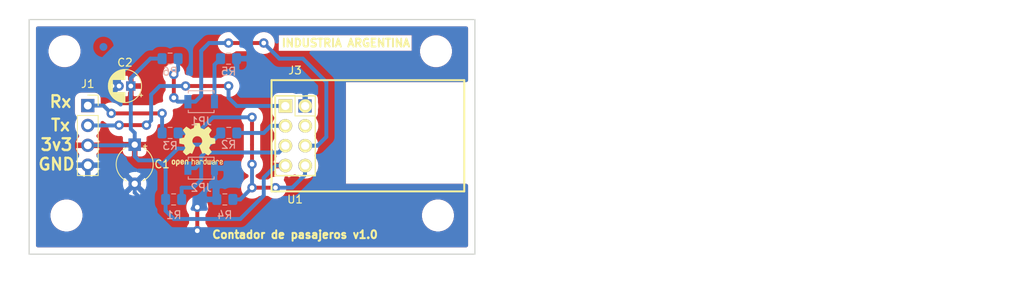
<source format=kicad_pcb>
(kicad_pcb (version 20171130) (host pcbnew "(5.0.0)")

  (general
    (thickness 1.6)
    (drawings 13)
    (tracks 144)
    (zones 0)
    (modules 20)
    (nets 11)
  )

  (page User 200 150.012)
  (title_block
    (title "Contador de pasajeros")
    (date 2018-10-19)
    (rev 1.0)
    (company GICSAFe)
    (comment 1 "Autor: Martin Menendez")
  )

  (layers
    (0 F.Cu power)
    (31 B.Cu power)
    (32 B.Adhes user)
    (33 F.Adhes user)
    (34 B.Paste user)
    (35 F.Paste user)
    (36 B.SilkS user)
    (37 F.SilkS user)
    (38 B.Mask user)
    (39 F.Mask user)
    (40 Dwgs.User user)
    (41 Cmts.User user)
    (42 Eco1.User user)
    (43 Eco2.User user)
    (44 Edge.Cuts user)
    (45 Margin user)
    (46 B.CrtYd user)
    (47 F.CrtYd user)
    (48 B.Fab user)
    (49 F.Fab user)
  )

  (setup
    (last_trace_width 0.5)
    (user_trace_width 0.3)
    (user_trace_width 0.5)
    (user_trace_width 0.8)
    (user_trace_width 1)
    (trace_clearance 0.5)
    (zone_clearance 0.8)
    (zone_45_only yes)
    (trace_min 0.25)
    (segment_width 0.2)
    (edge_width 0.15)
    (via_size 1.2)
    (via_drill 0.6)
    (via_min_size 1)
    (via_min_drill 0.5)
    (user_via 1.4 0.7)
    (uvia_size 0.3)
    (uvia_drill 0.1)
    (uvias_allowed no)
    (uvia_min_size 0.2)
    (uvia_min_drill 0.1)
    (pcb_text_width 0.3)
    (pcb_text_size 1.5 1.5)
    (mod_edge_width 0.15)
    (mod_text_size 1 1)
    (mod_text_width 0.15)
    (pad_size 1.524 1.524)
    (pad_drill 0.762)
    (pad_to_mask_clearance 0.2)
    (aux_axis_origin 0 0)
    (grid_origin 53.5 74)
    (visible_elements 7FFFFFFF)
    (pcbplotparams
      (layerselection 0x010fc_ffffffff)
      (usegerberextensions false)
      (usegerberattributes false)
      (usegerberadvancedattributes false)
      (creategerberjobfile false)
      (excludeedgelayer true)
      (linewidth 0.100000)
      (plotframeref false)
      (viasonmask false)
      (mode 1)
      (useauxorigin false)
      (hpglpennumber 1)
      (hpglpenspeed 20)
      (hpglpendiameter 15.000000)
      (psnegative false)
      (psa4output false)
      (plotreference true)
      (plotvalue true)
      (plotinvisibletext false)
      (padsonsilk false)
      (subtractmaskfromsilk false)
      (outputformat 1)
      (mirror false)
      (drillshape 1)
      (scaleselection 1)
      (outputdirectory ""))
  )

  (net 0 "")
  (net 1 Rx)
  (net 2 Tx)
  (net 3 +3V3)
  (net 4 GND)
  (net 5 /Gpio2)
  (net 6 /Ch)
  (net 7 /Gpio0)
  (net 8 /Rs)
  (net 9 /Rx_i)
  (net 10 "Net-(JP1-Pad2)")

  (net_class Default "This is the default net class."
    (clearance 0.5)
    (trace_width 0.5)
    (via_dia 1.2)
    (via_drill 0.6)
    (uvia_dia 0.3)
    (uvia_drill 0.1)
    (diff_pair_gap 0.25)
    (diff_pair_width 0.25)
    (add_net +3V3)
    (add_net /Ch)
    (add_net /Gpio0)
    (add_net /Gpio2)
    (add_net /Rs)
    (add_net /Rx_i)
    (add_net GND)
    (add_net "Net-(JP1-Pad2)")
    (add_net Rx)
    (add_net Tx)
  )

  (module ESP8266:ESP-01 (layer F.Cu) (tedit 577EF889) (tstamp 5BBE3413)
    (at 76.775 58.55)
    (descr "Module, ESP-8266, ESP-01, 8 pin")
    (tags "Module ESP-8266 ESP8266")
    (path /5BB470F6)
    (fp_text reference U1 (at 1.225 11.95) (layer F.SilkS)
      (effects (font (size 1 1) (thickness 0.15)))
    )
    (fp_text value ESP01 (at 12.192 3.556) (layer F.Fab)
      (effects (font (size 1 1) (thickness 0.15)))
    )
    (fp_line (start -1.778 -3.302) (end 22.86 -3.302) (layer F.SilkS) (width 0.254))
    (fp_line (start 22.86 -3.302) (end 22.86 10.922) (layer F.SilkS) (width 0.254))
    (fp_line (start 22.86 10.922) (end -1.778 10.922) (layer F.SilkS) (width 0.254))
    (fp_line (start -1.778 10.922) (end -1.778 -3.302) (layer F.SilkS) (width 0.254))
    (fp_line (start -1.778 -3.302) (end 22.86 -3.302) (layer F.Fab) (width 0.05))
    (fp_line (start 22.86 -3.302) (end 22.86 10.922) (layer F.Fab) (width 0.05))
    (fp_line (start 22.86 10.922) (end -1.778 10.922) (layer F.Fab) (width 0.05))
    (fp_line (start -1.778 10.922) (end -1.778 -3.302) (layer F.Fab) (width 0.05))
    (fp_line (start 1.27 -1.27) (end -1.27 -1.27) (layer F.SilkS) (width 0.1524))
    (fp_line (start -1.27 -1.27) (end -1.27 1.27) (layer F.SilkS) (width 0.1524))
    (fp_line (start -1.75 -1.75) (end -1.75 9.4) (layer F.CrtYd) (width 0.05))
    (fp_line (start 4.3 -1.75) (end 4.3 9.4) (layer F.CrtYd) (width 0.05))
    (fp_line (start -1.75 -1.75) (end 4.3 -1.75) (layer F.CrtYd) (width 0.05))
    (fp_line (start -1.75 9.4) (end 4.3 9.4) (layer F.CrtYd) (width 0.05))
    (fp_line (start -1.27 1.27) (end -1.27 8.89) (layer F.SilkS) (width 0.1524))
    (fp_line (start -1.27 8.89) (end 3.81 8.89) (layer F.SilkS) (width 0.1524))
    (fp_line (start 3.81 8.89) (end 3.81 -1.27) (layer F.SilkS) (width 0.1524))
    (fp_line (start 3.81 -1.27) (end 1.27 -1.27) (layer F.SilkS) (width 0.1524))
    (pad 1 thru_hole rect (at 0 0) (size 1.7272 1.7272) (drill 1.016) (layers *.Cu *.Mask F.SilkS)
      (net 2 Tx))
    (pad 2 thru_hole oval (at 2.54 0) (size 1.7272 1.7272) (drill 1.016) (layers *.Cu *.Mask F.SilkS)
      (net 4 GND))
    (pad 3 thru_hole oval (at 0 2.54) (size 1.7272 1.7272) (drill 1.016) (layers *.Cu *.Mask F.SilkS)
      (net 6 /Ch))
    (pad 4 thru_hole oval (at 2.54 2.54) (size 1.7272 1.7272) (drill 1.016) (layers *.Cu *.Mask F.SilkS)
      (net 5 /Gpio2))
    (pad 5 thru_hole oval (at 0 5.08) (size 1.7272 1.7272) (drill 1.016) (layers *.Cu *.Mask F.SilkS)
      (net 8 /Rs))
    (pad 6 thru_hole oval (at 2.54 5.08) (size 1.7272 1.7272) (drill 1.016) (layers *.Cu *.Mask F.SilkS)
      (net 7 /Gpio0))
    (pad 7 thru_hole oval (at 0 7.62) (size 1.7272 1.7272) (drill 1.016) (layers *.Cu *.Mask F.SilkS)
      (net 3 +3V3))
    (pad 8 thru_hole oval (at 2.54 7.62) (size 1.7272 1.7272) (drill 1.016) (layers *.Cu *.Mask F.SilkS)
      (net 9 /Rx_i))
    (model ${KIPRJMOD}/kicad-ESP8266-master/ESP8266.3dshapes/ESP8266_ESP01_cp.wrl
      (offset (xyz 0 0 4))
      (scale (xyz 1 1 1))
      (rotate (xyz 0 0 0))
    )
  )

  (module Connector_PinSocket_2.54mm:PinSocket_1x04_P2.54mm_Vertical (layer F.Cu) (tedit 5A19A429) (tstamp 5BCAD18E)
    (at 51.5 58.5)
    (descr "Through hole straight socket strip, 1x04, 2.54mm pitch, single row (from Kicad 4.0.7), script generated")
    (tags "Through hole socket strip THT 1x04 2.54mm single row")
    (path /5BB1C2B8)
    (fp_text reference J1 (at 0 -2.77) (layer F.SilkS)
      (effects (font (size 1 1) (thickness 0.15)))
    )
    (fp_text value Conector_in (at 0 10.39) (layer F.Fab)
      (effects (font (size 1 1) (thickness 0.15)))
    )
    (fp_line (start -1.27 -1.27) (end 0.635 -1.27) (layer F.Fab) (width 0.1))
    (fp_line (start 0.635 -1.27) (end 1.27 -0.635) (layer F.Fab) (width 0.1))
    (fp_line (start 1.27 -0.635) (end 1.27 8.89) (layer F.Fab) (width 0.1))
    (fp_line (start 1.27 8.89) (end -1.27 8.89) (layer F.Fab) (width 0.1))
    (fp_line (start -1.27 8.89) (end -1.27 -1.27) (layer F.Fab) (width 0.1))
    (fp_line (start -1.33 1.27) (end 1.33 1.27) (layer F.SilkS) (width 0.12))
    (fp_line (start -1.33 1.27) (end -1.33 8.95) (layer F.SilkS) (width 0.12))
    (fp_line (start -1.33 8.95) (end 1.33 8.95) (layer F.SilkS) (width 0.12))
    (fp_line (start 1.33 1.27) (end 1.33 8.95) (layer F.SilkS) (width 0.12))
    (fp_line (start 1.33 -1.33) (end 1.33 0) (layer F.SilkS) (width 0.12))
    (fp_line (start 0 -1.33) (end 1.33 -1.33) (layer F.SilkS) (width 0.12))
    (fp_line (start -1.8 -1.8) (end 1.75 -1.8) (layer F.CrtYd) (width 0.05))
    (fp_line (start 1.75 -1.8) (end 1.75 9.4) (layer F.CrtYd) (width 0.05))
    (fp_line (start 1.75 9.4) (end -1.8 9.4) (layer F.CrtYd) (width 0.05))
    (fp_line (start -1.8 9.4) (end -1.8 -1.8) (layer F.CrtYd) (width 0.05))
    (fp_text user %R (at 0 3.81 90) (layer F.Fab)
      (effects (font (size 1 1) (thickness 0.15)))
    )
    (pad 1 thru_hole rect (at 0 0) (size 1.7 1.7) (drill 1) (layers *.Cu *.Mask)
      (net 1 Rx))
    (pad 2 thru_hole oval (at 0 2.54) (size 1.7 1.7) (drill 1) (layers *.Cu *.Mask)
      (net 2 Tx))
    (pad 3 thru_hole oval (at 0 5.08) (size 1.7 1.7) (drill 1) (layers *.Cu *.Mask)
      (net 3 +3V3))
    (pad 4 thru_hole oval (at 0 7.62) (size 1.7 1.7) (drill 1) (layers *.Cu *.Mask)
      (net 4 GND))
    (model ${KISYS3DMOD}/Connector_PinSocket_2.54mm.3dshapes/PinSocket_1x04_P2.54mm_Vertical.wrl
      (at (xyz 0 0 0))
      (scale (xyz 1 1 1))
      (rotate (xyz 0 0 0))
    )
  )

  (module Connector_PinSocket_2.54mm:PinSocket_2x04_P2.54mm_Vertical (layer F.Cu) (tedit 5A19A422) (tstamp 5BCAD1AC)
    (at 79.275 58.55)
    (descr "Through hole straight socket strip, 2x04, 2.54mm pitch, double cols (from Kicad 4.0.7), script generated")
    (tags "Through hole socket strip THT 2x04 2.54mm double row")
    (path /5BB8E209)
    (fp_text reference J3 (at -1.275 -4.55) (layer F.SilkS)
      (effects (font (size 1 1) (thickness 0.15)))
    )
    (fp_text value Conector_esp (at 6.725 -0.55) (layer F.Fab)
      (effects (font (size 1 1) (thickness 0.15)))
    )
    (fp_line (start -3.81 -1.27) (end 0.27 -1.27) (layer F.Fab) (width 0.1))
    (fp_line (start 0.27 -1.27) (end 1.27 -0.27) (layer F.Fab) (width 0.1))
    (fp_line (start 1.27 -0.27) (end 1.27 8.89) (layer F.Fab) (width 0.1))
    (fp_line (start 1.27 8.89) (end -3.81 8.89) (layer F.Fab) (width 0.1))
    (fp_line (start -3.81 8.89) (end -3.81 -1.27) (layer F.Fab) (width 0.1))
    (fp_line (start -3.87 -1.33) (end -1.27 -1.33) (layer F.SilkS) (width 0.12))
    (fp_line (start -3.87 -1.33) (end -3.87 8.95) (layer F.SilkS) (width 0.12))
    (fp_line (start -3.87 8.95) (end 1.33 8.95) (layer F.SilkS) (width 0.12))
    (fp_line (start 1.33 1.27) (end 1.33 8.95) (layer F.SilkS) (width 0.12))
    (fp_line (start -1.27 1.27) (end 1.33 1.27) (layer F.SilkS) (width 0.12))
    (fp_line (start -1.27 -1.33) (end -1.27 1.27) (layer F.SilkS) (width 0.12))
    (fp_line (start 1.33 -1.33) (end 1.33 0) (layer F.SilkS) (width 0.12))
    (fp_line (start 0 -1.33) (end 1.33 -1.33) (layer F.SilkS) (width 0.12))
    (fp_line (start -4.34 -1.8) (end 1.76 -1.8) (layer F.CrtYd) (width 0.05))
    (fp_line (start 1.76 -1.8) (end 1.76 9.4) (layer F.CrtYd) (width 0.05))
    (fp_line (start 1.76 9.4) (end -4.34 9.4) (layer F.CrtYd) (width 0.05))
    (fp_line (start -4.34 9.4) (end -4.34 -1.8) (layer F.CrtYd) (width 0.05))
    (fp_text user %R (at -1.27 3.81 90) (layer F.Fab)
      (effects (font (size 1 1) (thickness 0.15)))
    )
    (pad 1 thru_hole rect (at 0 0) (size 1.7 1.7) (drill 1) (layers *.Cu *.Mask)
      (net 4 GND))
    (pad 2 thru_hole oval (at -2.54 0) (size 1.7 1.7) (drill 1) (layers *.Cu *.Mask)
      (net 2 Tx))
    (pad 3 thru_hole oval (at 0 2.54) (size 1.7 1.7) (drill 1) (layers *.Cu *.Mask)
      (net 5 /Gpio2))
    (pad 4 thru_hole oval (at -2.54 2.54) (size 1.7 1.7) (drill 1) (layers *.Cu *.Mask)
      (net 6 /Ch))
    (pad 5 thru_hole oval (at 0 5.08) (size 1.7 1.7) (drill 1) (layers *.Cu *.Mask)
      (net 7 /Gpio0))
    (pad 6 thru_hole oval (at -2.54 5.08) (size 1.7 1.7) (drill 1) (layers *.Cu *.Mask)
      (net 8 /Rs))
    (pad 7 thru_hole oval (at 0 7.62) (size 1.7 1.7) (drill 1) (layers *.Cu *.Mask)
      (net 9 /Rx_i))
    (pad 8 thru_hole oval (at -2.54 7.62) (size 1.7 1.7) (drill 1) (layers *.Cu *.Mask)
      (net 3 +3V3))
    (model ${KISYS3DMOD}/Connector_PinSocket_2.54mm.3dshapes/PinSocket_2x04_P2.54mm_Vertical.wrl
      (at (xyz 0 0 0))
      (scale (xyz 1 1 1))
      (rotate (xyz 0 0 0))
    )
  )

  (module Mounting_Holes:MountingHole_2.5mm (layer F.Cu) (tedit 5BC62CDD) (tstamp 5BC39361)
    (at 48.525 51.55)
    (descr "Mounting Hole 2.5mm, no annular")
    (tags "mounting hole 2.5mm no annular")
    (path /5BC3B7D1)
    (attr virtual)
    (fp_text reference MH1 (at 3.5 0) (layer F.SilkS) hide
      (effects (font (size 1 1) (thickness 0.15)))
    )
    (fp_text value MH1 (at 1.75 -1.75) (layer F.Fab) hide
      (effects (font (size 1 1) (thickness 0.15)))
    )
    (fp_text user %R (at 3.5 0) (layer F.Fab)
      (effects (font (size 1 1) (thickness 0.15)))
    )
    (fp_circle (center 0 0) (end 2.5 0) (layer Cmts.User) (width 0.15))
    (fp_circle (center 0 0) (end 2.75 0) (layer F.CrtYd) (width 0.05))
    (pad 1 np_thru_hole circle (at 0 0) (size 2.5 2.5) (drill 2.5) (layers *.Cu *.Mask))
  )

  (module Mounting_Holes:MountingHole_2.5mm (layer F.Cu) (tedit 5BC62CE8) (tstamp 5BC39369)
    (at 96.025 51.55)
    (descr "Mounting Hole 2.5mm, no annular")
    (tags "mounting hole 2.5mm no annular")
    (path /5BC3B8C5)
    (attr virtual)
    (fp_text reference MH2 (at -3.75 0) (layer F.SilkS) hide
      (effects (font (size 1 1) (thickness 0.15)))
    )
    (fp_text value MH2 (at -2.25 -2) (layer F.Fab)
      (effects (font (size 1 1) (thickness 0.15)))
    )
    (fp_circle (center 0 0) (end 2.75 0) (layer F.CrtYd) (width 0.05))
    (fp_circle (center 0 0) (end 2.5 0) (layer Cmts.User) (width 0.15))
    (fp_text user %R (at -3.75 0) (layer F.Fab)
      (effects (font (size 1 1) (thickness 0.15)))
    )
    (pad 1 np_thru_hole circle (at 0 0) (size 2.5 2.5) (drill 2.5) (layers *.Cu *.Mask))
  )

  (module Mounting_Holes:MountingHole_2.5mm (layer F.Cu) (tedit 5BC62CE4) (tstamp 5BC39371)
    (at 48.775 72.55)
    (descr "Mounting Hole 2.5mm, no annular")
    (tags "mounting hole 2.5mm no annular")
    (path /5BC3B905)
    (attr virtual)
    (fp_text reference MH3 (at 3.75 0) (layer F.SilkS) hide
      (effects (font (size 1 1) (thickness 0.15)))
    )
    (fp_text value MH3 (at 2 2) (layer F.Fab) hide
      (effects (font (size 1 1) (thickness 0.15)))
    )
    (fp_text user %R (at 3.75 0) (layer F.Fab)
      (effects (font (size 1 1) (thickness 0.15)))
    )
    (fp_circle (center 0 0) (end 2.5 0) (layer Cmts.User) (width 0.15))
    (fp_circle (center 0 0) (end 2.75 0) (layer F.CrtYd) (width 0.05))
    (pad 1 np_thru_hole circle (at 0 0) (size 2.5 2.5) (drill 2.5) (layers *.Cu *.Mask))
  )

  (module Mounting_Holes:MountingHole_2.5mm (layer F.Cu) (tedit 5BC62CEC) (tstamp 5BC39379)
    (at 96.275 72.55)
    (descr "Mounting Hole 2.5mm, no annular")
    (tags "mounting hole 2.5mm no annular")
    (path /5BC3B939)
    (attr virtual)
    (fp_text reference MH4 (at -3.75 0.25) (layer F.SilkS) hide
      (effects (font (size 1 1) (thickness 0.15)))
    )
    (fp_text value MH4 (at -2 2.25) (layer F.Fab)
      (effects (font (size 1 1) (thickness 0.15)))
    )
    (fp_circle (center 0 0) (end 2.75 0) (layer F.CrtYd) (width 0.05))
    (fp_circle (center 0 0) (end 2.5 0) (layer Cmts.User) (width 0.15))
    (fp_text user %R (at -3.75 0.25) (layer F.Fab)
      (effects (font (size 1 1) (thickness 0.15)))
    )
    (pad 1 np_thru_hole circle (at 0 0) (size 2.5 2.5) (drill 2.5) (layers *.Cu *.Mask))
  )

  (module Capacitor_THT:CP_Radial_Tantal_D4.5mm_P5.00mm (layer F.Cu) (tedit 5AE50EF0) (tstamp 5BE71191)
    (at 57.5 63.5 270)
    (descr "CP, Radial_Tantal series, Radial, pin pitch=5.00mm, , diameter=4.5mm, Tantal Electrolytic Capacitor, http://cdn-reichelt.de/documents/datenblatt/B300/TANTAL-TB-Serie%23.pdf")
    (tags "CP Radial_Tantal series Radial pin pitch 5.00mm  diameter 4.5mm Tantal Electrolytic Capacitor")
    (path /5BBE4CB7)
    (fp_text reference C1 (at 2.5 -3.5) (layer F.SilkS)
      (effects (font (size 1 1) (thickness 0.15)))
    )
    (fp_text value 100n (at 2.5 0 270) (layer F.Fab)
      (effects (font (size 1 1) (thickness 0.15)))
    )
    (fp_arc (start 2.5 0) (end 0.380259 -1.06) (angle 126.864288) (layer F.SilkS) (width 0.12))
    (fp_arc (start 2.5 0) (end 0.380259 1.06) (angle -126.864288) (layer F.SilkS) (width 0.12))
    (fp_circle (center 2.5 0) (end 4.75 0) (layer F.Fab) (width 0.1))
    (fp_circle (center 2.5 0) (end 6.22 0) (layer F.CrtYd) (width 0.05))
    (fp_line (start 0.58192 -0.9775) (end 1.03192 -0.9775) (layer F.Fab) (width 0.1))
    (fp_line (start 0.80692 -1.2025) (end 0.80692 -0.7525) (layer F.Fab) (width 0.1))
    (fp_line (start -0.037288 -1.335) (end 0.412712 -1.335) (layer F.SilkS) (width 0.12))
    (fp_line (start 0.187712 -1.56) (end 0.187712 -1.11) (layer F.SilkS) (width 0.12))
    (fp_text user %R (at 2.5 0 270) (layer F.Fab)
      (effects (font (size 0.9 0.9) (thickness 0.135)))
    )
    (pad 1 thru_hole rect (at 0 0 270) (size 1.6 1.6) (drill 0.8) (layers *.Cu *.Mask)
      (net 3 +3V3))
    (pad 2 thru_hole circle (at 5 0 270) (size 1.6 1.6) (drill 0.8) (layers *.Cu *.Mask)
      (net 4 GND))
    (model ${KISYS3DMOD}/Capacitor_THT.3dshapes/CP_Radial_Tantal_D4.5mm_P5.00mm.wrl
      (at (xyz 0 0 0))
      (scale (xyz 1 1 1))
      (rotate (xyz 0 0 0))
    )
  )

  (module Capacitor_THT:CP_Radial_D4.0mm_P1.50mm (layer F.Cu) (tedit 5AE50EF0) (tstamp 5BE711FC)
    (at 57 56 180)
    (descr "CP, Radial series, Radial, pin pitch=1.50mm, , diameter=4mm, Electrolytic Capacitor")
    (tags "CP Radial series Radial pin pitch 1.50mm  diameter 4mm Electrolytic Capacitor")
    (path /5BA81F77)
    (solder_mask_margin 0.1)
    (solder_paste_margin -0.5)
    (clearance 0.1)
    (fp_text reference C2 (at 0.75 3 180) (layer F.SilkS)
      (effects (font (size 1 1) (thickness 0.15)))
    )
    (fp_text value 100u (at 0.75 0 180) (layer F.Fab)
      (effects (font (size 1 1) (thickness 0.15)))
    )
    (fp_circle (center 0.75 0) (end 2.75 0) (layer F.Fab) (width 0.1))
    (fp_circle (center 0.75 0) (end 2.87 0) (layer F.SilkS) (width 0.12))
    (fp_circle (center 0.75 0) (end 3 0) (layer F.CrtYd) (width 0.05))
    (fp_line (start -0.952554 -0.8675) (end -0.552554 -0.8675) (layer F.Fab) (width 0.1))
    (fp_line (start -0.752554 -1.0675) (end -0.752554 -0.6675) (layer F.Fab) (width 0.1))
    (fp_line (start 0.75 0.84) (end 0.75 2.08) (layer F.SilkS) (width 0.12))
    (fp_line (start 0.75 -2.08) (end 0.75 -0.84) (layer F.SilkS) (width 0.12))
    (fp_line (start 0.79 0.84) (end 0.79 2.08) (layer F.SilkS) (width 0.12))
    (fp_line (start 0.79 -2.08) (end 0.79 -0.84) (layer F.SilkS) (width 0.12))
    (fp_line (start 0.83 0.84) (end 0.83 2.079) (layer F.SilkS) (width 0.12))
    (fp_line (start 0.83 -2.079) (end 0.83 -0.84) (layer F.SilkS) (width 0.12))
    (fp_line (start 0.87 -2.077) (end 0.87 -0.84) (layer F.SilkS) (width 0.12))
    (fp_line (start 0.87 0.84) (end 0.87 2.077) (layer F.SilkS) (width 0.12))
    (fp_line (start 0.91 -2.074) (end 0.91 -0.84) (layer F.SilkS) (width 0.12))
    (fp_line (start 0.91 0.84) (end 0.91 2.074) (layer F.SilkS) (width 0.12))
    (fp_line (start 0.95 -2.071) (end 0.95 -0.84) (layer F.SilkS) (width 0.12))
    (fp_line (start 0.95 0.84) (end 0.95 2.071) (layer F.SilkS) (width 0.12))
    (fp_line (start 0.99 -2.067) (end 0.99 -0.84) (layer F.SilkS) (width 0.12))
    (fp_line (start 0.99 0.84) (end 0.99 2.067) (layer F.SilkS) (width 0.12))
    (fp_line (start 1.03 -2.062) (end 1.03 -0.84) (layer F.SilkS) (width 0.12))
    (fp_line (start 1.03 0.84) (end 1.03 2.062) (layer F.SilkS) (width 0.12))
    (fp_line (start 1.07 -2.056) (end 1.07 -0.84) (layer F.SilkS) (width 0.12))
    (fp_line (start 1.07 0.84) (end 1.07 2.056) (layer F.SilkS) (width 0.12))
    (fp_line (start 1.11 -2.05) (end 1.11 -0.84) (layer F.SilkS) (width 0.12))
    (fp_line (start 1.11 0.84) (end 1.11 2.05) (layer F.SilkS) (width 0.12))
    (fp_line (start 1.15 -2.042) (end 1.15 -0.84) (layer F.SilkS) (width 0.12))
    (fp_line (start 1.15 0.84) (end 1.15 2.042) (layer F.SilkS) (width 0.12))
    (fp_line (start 1.19 -2.034) (end 1.19 -0.84) (layer F.SilkS) (width 0.12))
    (fp_line (start 1.19 0.84) (end 1.19 2.034) (layer F.SilkS) (width 0.12))
    (fp_line (start 1.23 -2.025) (end 1.23 -0.84) (layer F.SilkS) (width 0.12))
    (fp_line (start 1.23 0.84) (end 1.23 2.025) (layer F.SilkS) (width 0.12))
    (fp_line (start 1.27 -2.016) (end 1.27 -0.84) (layer F.SilkS) (width 0.12))
    (fp_line (start 1.27 0.84) (end 1.27 2.016) (layer F.SilkS) (width 0.12))
    (fp_line (start 1.31 -2.005) (end 1.31 -0.84) (layer F.SilkS) (width 0.12))
    (fp_line (start 1.31 0.84) (end 1.31 2.005) (layer F.SilkS) (width 0.12))
    (fp_line (start 1.35 -1.994) (end 1.35 -0.84) (layer F.SilkS) (width 0.12))
    (fp_line (start 1.35 0.84) (end 1.35 1.994) (layer F.SilkS) (width 0.12))
    (fp_line (start 1.39 -1.982) (end 1.39 -0.84) (layer F.SilkS) (width 0.12))
    (fp_line (start 1.39 0.84) (end 1.39 1.982) (layer F.SilkS) (width 0.12))
    (fp_line (start 1.43 -1.968) (end 1.43 -0.84) (layer F.SilkS) (width 0.12))
    (fp_line (start 1.43 0.84) (end 1.43 1.968) (layer F.SilkS) (width 0.12))
    (fp_line (start 1.471 -1.954) (end 1.471 -0.84) (layer F.SilkS) (width 0.12))
    (fp_line (start 1.471 0.84) (end 1.471 1.954) (layer F.SilkS) (width 0.12))
    (fp_line (start 1.511 -1.94) (end 1.511 -0.84) (layer F.SilkS) (width 0.12))
    (fp_line (start 1.511 0.84) (end 1.511 1.94) (layer F.SilkS) (width 0.12))
    (fp_line (start 1.551 -1.924) (end 1.551 -0.84) (layer F.SilkS) (width 0.12))
    (fp_line (start 1.551 0.84) (end 1.551 1.924) (layer F.SilkS) (width 0.12))
    (fp_line (start 1.591 -1.907) (end 1.591 -0.84) (layer F.SilkS) (width 0.12))
    (fp_line (start 1.591 0.84) (end 1.591 1.907) (layer F.SilkS) (width 0.12))
    (fp_line (start 1.631 -1.889) (end 1.631 -0.84) (layer F.SilkS) (width 0.12))
    (fp_line (start 1.631 0.84) (end 1.631 1.889) (layer F.SilkS) (width 0.12))
    (fp_line (start 1.671 -1.87) (end 1.671 -0.84) (layer F.SilkS) (width 0.12))
    (fp_line (start 1.671 0.84) (end 1.671 1.87) (layer F.SilkS) (width 0.12))
    (fp_line (start 1.711 -1.851) (end 1.711 -0.84) (layer F.SilkS) (width 0.12))
    (fp_line (start 1.711 0.84) (end 1.711 1.851) (layer F.SilkS) (width 0.12))
    (fp_line (start 1.751 -1.83) (end 1.751 -0.84) (layer F.SilkS) (width 0.12))
    (fp_line (start 1.751 0.84) (end 1.751 1.83) (layer F.SilkS) (width 0.12))
    (fp_line (start 1.791 -1.808) (end 1.791 -0.84) (layer F.SilkS) (width 0.12))
    (fp_line (start 1.791 0.84) (end 1.791 1.808) (layer F.SilkS) (width 0.12))
    (fp_line (start 1.831 -1.785) (end 1.831 -0.84) (layer F.SilkS) (width 0.12))
    (fp_line (start 1.831 0.84) (end 1.831 1.785) (layer F.SilkS) (width 0.12))
    (fp_line (start 1.871 -1.76) (end 1.871 -0.84) (layer F.SilkS) (width 0.12))
    (fp_line (start 1.871 0.84) (end 1.871 1.76) (layer F.SilkS) (width 0.12))
    (fp_line (start 1.911 -1.735) (end 1.911 -0.84) (layer F.SilkS) (width 0.12))
    (fp_line (start 1.911 0.84) (end 1.911 1.735) (layer F.SilkS) (width 0.12))
    (fp_line (start 1.951 -1.708) (end 1.951 -0.84) (layer F.SilkS) (width 0.12))
    (fp_line (start 1.951 0.84) (end 1.951 1.708) (layer F.SilkS) (width 0.12))
    (fp_line (start 1.991 -1.68) (end 1.991 -0.84) (layer F.SilkS) (width 0.12))
    (fp_line (start 1.991 0.84) (end 1.991 1.68) (layer F.SilkS) (width 0.12))
    (fp_line (start 2.031 -1.65) (end 2.031 -0.84) (layer F.SilkS) (width 0.12))
    (fp_line (start 2.031 0.84) (end 2.031 1.65) (layer F.SilkS) (width 0.12))
    (fp_line (start 2.071 -1.619) (end 2.071 -0.84) (layer F.SilkS) (width 0.12))
    (fp_line (start 2.071 0.84) (end 2.071 1.619) (layer F.SilkS) (width 0.12))
    (fp_line (start 2.111 -1.587) (end 2.111 -0.84) (layer F.SilkS) (width 0.12))
    (fp_line (start 2.111 0.84) (end 2.111 1.587) (layer F.SilkS) (width 0.12))
    (fp_line (start 2.151 -1.552) (end 2.151 -0.84) (layer F.SilkS) (width 0.12))
    (fp_line (start 2.151 0.84) (end 2.151 1.552) (layer F.SilkS) (width 0.12))
    (fp_line (start 2.191 -1.516) (end 2.191 -0.84) (layer F.SilkS) (width 0.12))
    (fp_line (start 2.191 0.84) (end 2.191 1.516) (layer F.SilkS) (width 0.12))
    (fp_line (start 2.231 -1.478) (end 2.231 -0.84) (layer F.SilkS) (width 0.12))
    (fp_line (start 2.231 0.84) (end 2.231 1.478) (layer F.SilkS) (width 0.12))
    (fp_line (start 2.271 -1.438) (end 2.271 -0.84) (layer F.SilkS) (width 0.12))
    (fp_line (start 2.271 0.84) (end 2.271 1.438) (layer F.SilkS) (width 0.12))
    (fp_line (start 2.311 -1.396) (end 2.311 -0.84) (layer F.SilkS) (width 0.12))
    (fp_line (start 2.311 0.84) (end 2.311 1.396) (layer F.SilkS) (width 0.12))
    (fp_line (start 2.351 -1.351) (end 2.351 1.351) (layer F.SilkS) (width 0.12))
    (fp_line (start 2.391 -1.304) (end 2.391 1.304) (layer F.SilkS) (width 0.12))
    (fp_line (start 2.431 -1.254) (end 2.431 1.254) (layer F.SilkS) (width 0.12))
    (fp_line (start 2.471 -1.2) (end 2.471 1.2) (layer F.SilkS) (width 0.12))
    (fp_line (start 2.511 -1.142) (end 2.511 1.142) (layer F.SilkS) (width 0.12))
    (fp_line (start 2.551 -1.08) (end 2.551 1.08) (layer F.SilkS) (width 0.12))
    (fp_line (start 2.591 -1.013) (end 2.591 1.013) (layer F.SilkS) (width 0.12))
    (fp_line (start 2.631 -0.94) (end 2.631 0.94) (layer F.SilkS) (width 0.12))
    (fp_line (start 2.671 -0.859) (end 2.671 0.859) (layer F.SilkS) (width 0.12))
    (fp_line (start 2.711 -0.768) (end 2.711 0.768) (layer F.SilkS) (width 0.12))
    (fp_line (start 2.751 -0.664) (end 2.751 0.664) (layer F.SilkS) (width 0.12))
    (fp_line (start 2.791 -0.537) (end 2.791 0.537) (layer F.SilkS) (width 0.12))
    (fp_line (start 2.831 -0.37) (end 2.831 0.37) (layer F.SilkS) (width 0.12))
    (fp_line (start -1.519801 -1.195) (end -1.119801 -1.195) (layer F.SilkS) (width 0.12))
    (fp_line (start -1.319801 -1.395) (end -1.319801 -0.995) (layer F.SilkS) (width 0.12))
    (fp_text user %R (at 0.75 0 180) (layer F.Fab)
      (effects (font (size 0.8 0.8) (thickness 0.12)))
    )
    (pad 1 thru_hole rect (at 0 0 180) (size 1.2 1.2) (drill 0.6) (layers *.Cu *.Mask)
      (net 3 +3V3))
    (pad 2 thru_hole circle (at 1.5 0 180) (size 1.2 1.2) (drill 0.6) (layers *.Cu *.Mask)
      (net 4 GND))
    (model ${KISYS3DMOD}/Capacitor_THT.3dshapes/CP_Radial_D4.0mm_P1.50mm.wrl
      (at (xyz 0 0 0))
      (scale (xyz 1 1 1))
      (rotate (xyz 0 0 0))
    )
  )

  (module Button_Switch_SMD:SW_SPST_B3U-1000P (layer B.Cu) (tedit 5A02FC95) (tstamp 5BE71212)
    (at 66 58)
    (descr "Ultra-small-sized Tactile Switch with High Contact Reliability, Top-actuated Model, without Ground Terminal, without Boss")
    (tags "Tactile Switch")
    (path /5BB8F7EE)
    (attr smd)
    (fp_text reference JP1 (at 0 2.5) (layer B.SilkS)
      (effects (font (size 1 1) (thickness 0.15)) (justify mirror))
    )
    (fp_text value Jumper (at 0 -2.5) (layer B.Fab)
      (effects (font (size 1 1) (thickness 0.15)) (justify mirror))
    )
    (fp_text user %R (at 0 2.5) (layer B.Fab)
      (effects (font (size 1 1) (thickness 0.15)) (justify mirror))
    )
    (fp_line (start -2.4 -1.65) (end 2.4 -1.65) (layer B.CrtYd) (width 0.05))
    (fp_line (start 2.4 -1.65) (end 2.4 1.65) (layer B.CrtYd) (width 0.05))
    (fp_line (start 2.4 1.65) (end -2.4 1.65) (layer B.CrtYd) (width 0.05))
    (fp_line (start -2.4 1.65) (end -2.4 -1.65) (layer B.CrtYd) (width 0.05))
    (fp_line (start -1.65 -1.1) (end -1.65 -1.4) (layer B.SilkS) (width 0.12))
    (fp_line (start -1.65 -1.4) (end 1.65 -1.4) (layer B.SilkS) (width 0.12))
    (fp_line (start 1.65 -1.4) (end 1.65 -1.1) (layer B.SilkS) (width 0.12))
    (fp_line (start -1.65 1.1) (end -1.65 1.4) (layer B.SilkS) (width 0.12))
    (fp_line (start -1.65 1.4) (end 1.65 1.4) (layer B.SilkS) (width 0.12))
    (fp_line (start 1.65 1.4) (end 1.65 1.1) (layer B.SilkS) (width 0.12))
    (fp_line (start -1.5 1.25) (end 1.5 1.25) (layer B.Fab) (width 0.1))
    (fp_line (start 1.5 1.25) (end 1.5 -1.25) (layer B.Fab) (width 0.1))
    (fp_line (start 1.5 -1.25) (end -1.5 -1.25) (layer B.Fab) (width 0.1))
    (fp_line (start -1.5 -1.25) (end -1.5 1.25) (layer B.Fab) (width 0.1))
    (fp_circle (center 0 0) (end 0.75 0) (layer B.Fab) (width 0.1))
    (pad 1 smd rect (at -1.7 0) (size 0.9 1.7) (layers B.Cu B.Paste B.Mask)
      (net 7 /Gpio0))
    (pad 2 smd rect (at 1.7 0) (size 0.9 1.7) (layers B.Cu B.Paste B.Mask)
      (net 10 "Net-(JP1-Pad2)"))
    (model ${KISYS3DMOD}/Button_Switch_SMD.3dshapes/SW_SPST_B3U-1000P.wrl
      (at (xyz 0 0 0))
      (scale (xyz 1 1 1))
      (rotate (xyz 0 0 0))
    )
  )

  (module Button_Switch_SMD:SW_SPST_B3U-1000P (layer B.Cu) (tedit 5A02FC95) (tstamp 5BE71228)
    (at 66 66.5)
    (descr "Ultra-small-sized Tactile Switch with High Contact Reliability, Top-actuated Model, without Ground Terminal, without Boss")
    (tags "Tactile Switch")
    (path /5BB951CA)
    (attr smd)
    (fp_text reference JP2 (at 0 2.5) (layer B.SilkS)
      (effects (font (size 1 1) (thickness 0.15)) (justify mirror))
    )
    (fp_text value Jumper (at 0 -2.5) (layer B.Fab)
      (effects (font (size 1 1) (thickness 0.15)) (justify mirror))
    )
    (fp_circle (center 0 0) (end 0.75 0) (layer B.Fab) (width 0.1))
    (fp_line (start -1.5 -1.25) (end -1.5 1.25) (layer B.Fab) (width 0.1))
    (fp_line (start 1.5 -1.25) (end -1.5 -1.25) (layer B.Fab) (width 0.1))
    (fp_line (start 1.5 1.25) (end 1.5 -1.25) (layer B.Fab) (width 0.1))
    (fp_line (start -1.5 1.25) (end 1.5 1.25) (layer B.Fab) (width 0.1))
    (fp_line (start 1.65 1.4) (end 1.65 1.1) (layer B.SilkS) (width 0.12))
    (fp_line (start -1.65 1.4) (end 1.65 1.4) (layer B.SilkS) (width 0.12))
    (fp_line (start -1.65 1.1) (end -1.65 1.4) (layer B.SilkS) (width 0.12))
    (fp_line (start 1.65 -1.4) (end 1.65 -1.1) (layer B.SilkS) (width 0.12))
    (fp_line (start -1.65 -1.4) (end 1.65 -1.4) (layer B.SilkS) (width 0.12))
    (fp_line (start -1.65 -1.1) (end -1.65 -1.4) (layer B.SilkS) (width 0.12))
    (fp_line (start -2.4 1.65) (end -2.4 -1.65) (layer B.CrtYd) (width 0.05))
    (fp_line (start 2.4 1.65) (end -2.4 1.65) (layer B.CrtYd) (width 0.05))
    (fp_line (start 2.4 -1.65) (end 2.4 1.65) (layer B.CrtYd) (width 0.05))
    (fp_line (start -2.4 -1.65) (end 2.4 -1.65) (layer B.CrtYd) (width 0.05))
    (fp_text user %R (at 0 2.5) (layer B.Fab)
      (effects (font (size 1 1) (thickness 0.15)) (justify mirror))
    )
    (pad 2 smd rect (at 1.7 0) (size 0.9 1.7) (layers B.Cu B.Paste B.Mask)
      (net 4 GND))
    (pad 1 smd rect (at -1.7 0) (size 0.9 1.7) (layers B.Cu B.Paste B.Mask)
      (net 8 /Rs))
    (model ${KISYS3DMOD}/Button_Switch_SMD.3dshapes/SW_SPST_B3U-1000P.wrl
      (at (xyz 0 0 0))
      (scale (xyz 1 1 1))
      (rotate (xyz 0 0 0))
    )
  )

  (module Resistor_SMD:R_0805_2012Metric_Pad1.15x1.40mm_HandSolder (layer B.Cu) (tedit 5B36C52B) (tstamp 5BE71239)
    (at 62.475 70.5 180)
    (descr "Resistor SMD 0805 (2012 Metric), square (rectangular) end terminal, IPC_7351 nominal with elongated pad for handsoldering. (Body size source: https://docs.google.com/spreadsheets/d/1BsfQQcO9C6DZCsRaXUlFlo91Tg2WpOkGARC1WS5S8t0/edit?usp=sharing), generated with kicad-footprint-generator")
    (tags "resistor handsolder")
    (path /5BA7DBAB)
    (attr smd)
    (fp_text reference R1 (at -0.025 -2 180) (layer B.SilkS)
      (effects (font (size 1 1) (thickness 0.15)) (justify mirror))
    )
    (fp_text value 3k3 (at -0.025 0 180) (layer B.Fab)
      (effects (font (size 1 1) (thickness 0.15)) (justify mirror))
    )
    (fp_line (start -1 -0.6) (end -1 0.6) (layer B.Fab) (width 0.1))
    (fp_line (start -1 0.6) (end 1 0.6) (layer B.Fab) (width 0.1))
    (fp_line (start 1 0.6) (end 1 -0.6) (layer B.Fab) (width 0.1))
    (fp_line (start 1 -0.6) (end -1 -0.6) (layer B.Fab) (width 0.1))
    (fp_line (start -0.261252 0.71) (end 0.261252 0.71) (layer B.SilkS) (width 0.12))
    (fp_line (start -0.261252 -0.71) (end 0.261252 -0.71) (layer B.SilkS) (width 0.12))
    (fp_line (start -1.85 -0.95) (end -1.85 0.95) (layer B.CrtYd) (width 0.05))
    (fp_line (start -1.85 0.95) (end 1.85 0.95) (layer B.CrtYd) (width 0.05))
    (fp_line (start 1.85 0.95) (end 1.85 -0.95) (layer B.CrtYd) (width 0.05))
    (fp_line (start 1.85 -0.95) (end -1.85 -0.95) (layer B.CrtYd) (width 0.05))
    (fp_text user %R (at 0 0 180) (layer B.Fab)
      (effects (font (size 0.5 0.5) (thickness 0.08)) (justify mirror))
    )
    (pad 1 smd roundrect (at -1.025 0 180) (size 1.15 1.4) (layers B.Cu B.Paste B.Mask) (roundrect_rratio 0.217391)
      (net 8 /Rs))
    (pad 2 smd roundrect (at 1.025 0 180) (size 1.15 1.4) (layers B.Cu B.Paste B.Mask) (roundrect_rratio 0.217391)
      (net 3 +3V3))
    (model ${KISYS3DMOD}/Resistor_SMD.3dshapes/R_0805_2012Metric.wrl
      (at (xyz 0 0 0))
      (scale (xyz 1 1 1))
      (rotate (xyz 0 0 0))
    )
  )

  (module Resistor_SMD:R_0805_2012Metric_Pad1.15x1.40mm_HandSolder (layer B.Cu) (tedit 5B36C52B) (tstamp 5BE7124A)
    (at 69.525 62 180)
    (descr "Resistor SMD 0805 (2012 Metric), square (rectangular) end terminal, IPC_7351 nominal with elongated pad for handsoldering. (Body size source: https://docs.google.com/spreadsheets/d/1BsfQQcO9C6DZCsRaXUlFlo91Tg2WpOkGARC1WS5S8t0/edit?usp=sharing), generated with kicad-footprint-generator")
    (tags "resistor handsolder")
    (path /5BA7E767)
    (attr smd)
    (fp_text reference R2 (at 0.025 -1.5 180) (layer B.SilkS)
      (effects (font (size 1 1) (thickness 0.15)) (justify mirror))
    )
    (fp_text value 3k3 (at 0.025 0 180) (layer B.Fab)
      (effects (font (size 1 1) (thickness 0.15)) (justify mirror))
    )
    (fp_line (start -1 -0.6) (end -1 0.6) (layer B.Fab) (width 0.1))
    (fp_line (start -1 0.6) (end 1 0.6) (layer B.Fab) (width 0.1))
    (fp_line (start 1 0.6) (end 1 -0.6) (layer B.Fab) (width 0.1))
    (fp_line (start 1 -0.6) (end -1 -0.6) (layer B.Fab) (width 0.1))
    (fp_line (start -0.261252 0.71) (end 0.261252 0.71) (layer B.SilkS) (width 0.12))
    (fp_line (start -0.261252 -0.71) (end 0.261252 -0.71) (layer B.SilkS) (width 0.12))
    (fp_line (start -1.85 -0.95) (end -1.85 0.95) (layer B.CrtYd) (width 0.05))
    (fp_line (start -1.85 0.95) (end 1.85 0.95) (layer B.CrtYd) (width 0.05))
    (fp_line (start 1.85 0.95) (end 1.85 -0.95) (layer B.CrtYd) (width 0.05))
    (fp_line (start 1.85 -0.95) (end -1.85 -0.95) (layer B.CrtYd) (width 0.05))
    (fp_text user %R (at 0 0 180) (layer B.Fab)
      (effects (font (size 0.5 0.5) (thickness 0.08)) (justify mirror))
    )
    (pad 1 smd roundrect (at -1.025 0 180) (size 1.15 1.4) (layers B.Cu B.Paste B.Mask) (roundrect_rratio 0.217391)
      (net 6 /Ch))
    (pad 2 smd roundrect (at 1.025 0 180) (size 1.15 1.4) (layers B.Cu B.Paste B.Mask) (roundrect_rratio 0.217391)
      (net 3 +3V3))
    (model ${KISYS3DMOD}/Resistor_SMD.3dshapes/R_0805_2012Metric.wrl
      (at (xyz 0 0 0))
      (scale (xyz 1 1 1))
      (rotate (xyz 0 0 0))
    )
  )

  (module Resistor_SMD:R_0805_2012Metric_Pad1.15x1.40mm_HandSolder (layer B.Cu) (tedit 5B36C52B) (tstamp 5BE7125B)
    (at 62.025 62)
    (descr "Resistor SMD 0805 (2012 Metric), square (rectangular) end terminal, IPC_7351 nominal with elongated pad for handsoldering. (Body size source: https://docs.google.com/spreadsheets/d/1BsfQQcO9C6DZCsRaXUlFlo91Tg2WpOkGARC1WS5S8t0/edit?usp=sharing), generated with kicad-footprint-generator")
    (tags "resistor handsolder")
    (path /5BB23C65)
    (attr smd)
    (fp_text reference R3 (at 0 1.65 180) (layer B.SilkS)
      (effects (font (size 1 1) (thickness 0.15)) (justify mirror))
    )
    (fp_text value 1k (at 0 0) (layer B.Fab)
      (effects (font (size 1 1) (thickness 0.15)) (justify mirror))
    )
    (fp_line (start -1 -0.6) (end -1 0.6) (layer B.Fab) (width 0.1))
    (fp_line (start -1 0.6) (end 1 0.6) (layer B.Fab) (width 0.1))
    (fp_line (start 1 0.6) (end 1 -0.6) (layer B.Fab) (width 0.1))
    (fp_line (start 1 -0.6) (end -1 -0.6) (layer B.Fab) (width 0.1))
    (fp_line (start -0.261252 0.71) (end 0.261252 0.71) (layer B.SilkS) (width 0.12))
    (fp_line (start -0.261252 -0.71) (end 0.261252 -0.71) (layer B.SilkS) (width 0.12))
    (fp_line (start -1.85 -0.95) (end -1.85 0.95) (layer B.CrtYd) (width 0.05))
    (fp_line (start -1.85 0.95) (end 1.85 0.95) (layer B.CrtYd) (width 0.05))
    (fp_line (start 1.85 0.95) (end 1.85 -0.95) (layer B.CrtYd) (width 0.05))
    (fp_line (start 1.85 -0.95) (end -1.85 -0.95) (layer B.CrtYd) (width 0.05))
    (fp_text user %R (at 0 0) (layer B.Fab)
      (effects (font (size 0.5 0.5) (thickness 0.08)) (justify mirror))
    )
    (pad 1 smd roundrect (at -1.025 0) (size 1.15 1.4) (layers B.Cu B.Paste B.Mask) (roundrect_rratio 0.217391)
      (net 1 Rx))
    (pad 2 smd roundrect (at 1.025 0) (size 1.15 1.4) (layers B.Cu B.Paste B.Mask) (roundrect_rratio 0.217391)
      (net 9 /Rx_i))
    (model ${KISYS3DMOD}/Resistor_SMD.3dshapes/R_0805_2012Metric.wrl
      (at (xyz 0 0 0))
      (scale (xyz 1 1 1))
      (rotate (xyz 0 0 0))
    )
  )

  (module Resistor_SMD:R_0805_2012Metric_Pad1.15x1.40mm_HandSolder (layer B.Cu) (tedit 5B36C52B) (tstamp 5BE7126C)
    (at 69.025 70.5 180)
    (descr "Resistor SMD 0805 (2012 Metric), square (rectangular) end terminal, IPC_7351 nominal with elongated pad for handsoldering. (Body size source: https://docs.google.com/spreadsheets/d/1BsfQQcO9C6DZCsRaXUlFlo91Tg2WpOkGARC1WS5S8t0/edit?usp=sharing), generated with kicad-footprint-generator")
    (tags "resistor handsolder")
    (path /5BA827CB)
    (attr smd)
    (fp_text reference R4 (at 0.025 -2 180) (layer B.SilkS)
      (effects (font (size 1 1) (thickness 0.15)) (justify mirror))
    )
    (fp_text value 2k (at 0.025 0 180) (layer B.Fab)
      (effects (font (size 1 1) (thickness 0.15)) (justify mirror))
    )
    (fp_text user %R (at 0 0 180) (layer B.Fab)
      (effects (font (size 0.5 0.5) (thickness 0.08)) (justify mirror))
    )
    (fp_line (start 1.85 -0.95) (end -1.85 -0.95) (layer B.CrtYd) (width 0.05))
    (fp_line (start 1.85 0.95) (end 1.85 -0.95) (layer B.CrtYd) (width 0.05))
    (fp_line (start -1.85 0.95) (end 1.85 0.95) (layer B.CrtYd) (width 0.05))
    (fp_line (start -1.85 -0.95) (end -1.85 0.95) (layer B.CrtYd) (width 0.05))
    (fp_line (start -0.261252 -0.71) (end 0.261252 -0.71) (layer B.SilkS) (width 0.12))
    (fp_line (start -0.261252 0.71) (end 0.261252 0.71) (layer B.SilkS) (width 0.12))
    (fp_line (start 1 -0.6) (end -1 -0.6) (layer B.Fab) (width 0.1))
    (fp_line (start 1 0.6) (end 1 -0.6) (layer B.Fab) (width 0.1))
    (fp_line (start -1 0.6) (end 1 0.6) (layer B.Fab) (width 0.1))
    (fp_line (start -1 -0.6) (end -1 0.6) (layer B.Fab) (width 0.1))
    (pad 2 smd roundrect (at 1.025 0 180) (size 1.15 1.4) (layers B.Cu B.Paste B.Mask) (roundrect_rratio 0.217391)
      (net 4 GND))
    (pad 1 smd roundrect (at -1.025 0 180) (size 1.15 1.4) (layers B.Cu B.Paste B.Mask) (roundrect_rratio 0.217391)
      (net 9 /Rx_i))
    (model ${KISYS3DMOD}/Resistor_SMD.3dshapes/R_0805_2012Metric.wrl
      (at (xyz 0 0 0))
      (scale (xyz 1 1 1))
      (rotate (xyz 0 0 0))
    )
  )

  (module Resistor_SMD:R_0805_2012Metric_Pad1.15x1.40mm_HandSolder (layer B.Cu) (tedit 5B36C52B) (tstamp 5BE7127D)
    (at 69.5 52.5)
    (descr "Resistor SMD 0805 (2012 Metric), square (rectangular) end terminal, IPC_7351 nominal with elongated pad for handsoldering. (Body size source: https://docs.google.com/spreadsheets/d/1BsfQQcO9C6DZCsRaXUlFlo91Tg2WpOkGARC1WS5S8t0/edit?usp=sharing), generated with kicad-footprint-generator")
    (tags "resistor handsolder")
    (path /5BB8F884)
    (attr smd)
    (fp_text reference R5 (at 0 1.65) (layer B.SilkS)
      (effects (font (size 1 1) (thickness 0.15)) (justify mirror))
    )
    (fp_text value 470 (at 0 0) (layer B.Fab)
      (effects (font (size 1 1) (thickness 0.15)) (justify mirror))
    )
    (fp_text user %R (at 0 0) (layer B.Fab)
      (effects (font (size 0.5 0.5) (thickness 0.08)) (justify mirror))
    )
    (fp_line (start 1.85 -0.95) (end -1.85 -0.95) (layer B.CrtYd) (width 0.05))
    (fp_line (start 1.85 0.95) (end 1.85 -0.95) (layer B.CrtYd) (width 0.05))
    (fp_line (start -1.85 0.95) (end 1.85 0.95) (layer B.CrtYd) (width 0.05))
    (fp_line (start -1.85 -0.95) (end -1.85 0.95) (layer B.CrtYd) (width 0.05))
    (fp_line (start -0.261252 -0.71) (end 0.261252 -0.71) (layer B.SilkS) (width 0.12))
    (fp_line (start -0.261252 0.71) (end 0.261252 0.71) (layer B.SilkS) (width 0.12))
    (fp_line (start 1 -0.6) (end -1 -0.6) (layer B.Fab) (width 0.1))
    (fp_line (start 1 0.6) (end 1 -0.6) (layer B.Fab) (width 0.1))
    (fp_line (start -1 0.6) (end 1 0.6) (layer B.Fab) (width 0.1))
    (fp_line (start -1 -0.6) (end -1 0.6) (layer B.Fab) (width 0.1))
    (pad 2 smd roundrect (at 1.025 0) (size 1.15 1.4) (layers B.Cu B.Paste B.Mask) (roundrect_rratio 0.217391)
      (net 4 GND))
    (pad 1 smd roundrect (at -1.025 0) (size 1.15 1.4) (layers B.Cu B.Paste B.Mask) (roundrect_rratio 0.217391)
      (net 10 "Net-(JP1-Pad2)"))
    (model ${KISYS3DMOD}/Resistor_SMD.3dshapes/R_0805_2012Metric.wrl
      (at (xyz 0 0 0))
      (scale (xyz 1 1 1))
      (rotate (xyz 0 0 0))
    )
  )

  (module Resistor_SMD:R_0805_2012Metric_Pad1.15x1.40mm_HandSolder (layer B.Cu) (tedit 5B36C52B) (tstamp 5BE7128E)
    (at 62.025 52.5)
    (descr "Resistor SMD 0805 (2012 Metric), square (rectangular) end terminal, IPC_7351 nominal with elongated pad for handsoldering. (Body size source: https://docs.google.com/spreadsheets/d/1BsfQQcO9C6DZCsRaXUlFlo91Tg2WpOkGARC1WS5S8t0/edit?usp=sharing), generated with kicad-footprint-generator")
    (tags "resistor handsolder")
    (path /5BA7E78D)
    (attr smd)
    (fp_text reference R6 (at 0 1.65) (layer B.SilkS)
      (effects (font (size 1 1) (thickness 0.15)) (justify mirror))
    )
    (fp_text value 3k3 (at 0 0) (layer B.Fab)
      (effects (font (size 1 1) (thickness 0.15)) (justify mirror))
    )
    (fp_text user %R (at 0 0) (layer B.Fab)
      (effects (font (size 0.5 0.5) (thickness 0.08)) (justify mirror))
    )
    (fp_line (start 1.85 -0.95) (end -1.85 -0.95) (layer B.CrtYd) (width 0.05))
    (fp_line (start 1.85 0.95) (end 1.85 -0.95) (layer B.CrtYd) (width 0.05))
    (fp_line (start -1.85 0.95) (end 1.85 0.95) (layer B.CrtYd) (width 0.05))
    (fp_line (start -1.85 -0.95) (end -1.85 0.95) (layer B.CrtYd) (width 0.05))
    (fp_line (start -0.261252 -0.71) (end 0.261252 -0.71) (layer B.SilkS) (width 0.12))
    (fp_line (start -0.261252 0.71) (end 0.261252 0.71) (layer B.SilkS) (width 0.12))
    (fp_line (start 1 -0.6) (end -1 -0.6) (layer B.Fab) (width 0.1))
    (fp_line (start 1 0.6) (end 1 -0.6) (layer B.Fab) (width 0.1))
    (fp_line (start -1 0.6) (end 1 0.6) (layer B.Fab) (width 0.1))
    (fp_line (start -1 -0.6) (end -1 0.6) (layer B.Fab) (width 0.1))
    (pad 2 smd roundrect (at 1.025 0) (size 1.15 1.4) (layers B.Cu B.Paste B.Mask) (roundrect_rratio 0.217391)
      (net 7 /Gpio0))
    (pad 1 smd roundrect (at -1.025 0) (size 1.15 1.4) (layers B.Cu B.Paste B.Mask) (roundrect_rratio 0.217391)
      (net 3 +3V3))
    (model ${KISYS3DMOD}/Resistor_SMD.3dshapes/R_0805_2012Metric.wrl
      (at (xyz 0 0 0))
      (scale (xyz 1 1 1))
      (rotate (xyz 0 0 0))
    )
  )

  (module Fiducial:Fiducial_1mm_Dia_2mm_Outer (layer F.Cu) (tedit 5BE74BA1) (tstamp 5BE74C69)
    (at 53.5 74)
    (descr "Circular Fiducial, 1mm bare copper top; 2mm keepout (Level A)")
    (tags marker)
    (path /5BE7582F)
    (attr virtual)
    (fp_text reference F1 (at -2.5 0) (layer F.SilkS) hide
      (effects (font (size 1 1) (thickness 0.15)))
    )
    (fp_text value MH4 (at 0 0) (layer F.Fab)
      (effects (font (size 1 1) (thickness 0.15)))
    )
    (fp_circle (center 0 0) (end 1 0) (layer F.Fab) (width 0.1))
    (fp_text user %R (at 0 0) (layer F.Fab)
      (effects (font (size 0.4 0.4) (thickness 0.06)))
    )
    (fp_circle (center 0 0) (end 1.25 0) (layer F.CrtYd) (width 0.05))
    (pad ~ smd circle (at 0 0) (size 1 1) (layers F.Cu F.Mask)
      (solder_mask_margin 0.5) (clearance 0.5))
  )

  (module Fiducial:Fiducial_1mm_Dia_2mm_Outer (layer B.Cu) (tedit 5BE74BB7) (tstamp 5BE74C71)
    (at 53.5 51)
    (descr "Circular Fiducial, 1mm bare copper top; 2mm keepout (Level A)")
    (tags marker)
    (path /5BE75C48)
    (attr virtual)
    (fp_text reference F2 (at 0 0) (layer B.SilkS) hide
      (effects (font (size 1 1) (thickness 0.15)) (justify mirror))
    )
    (fp_text value MH4 (at 0 0) (layer B.Fab)
      (effects (font (size 1 1) (thickness 0.15)) (justify mirror))
    )
    (fp_circle (center 0 0) (end 1.25 0) (layer B.CrtYd) (width 0.05))
    (fp_text user %R (at 0 0) (layer B.Fab)
      (effects (font (size 0.4 0.4) (thickness 0.06)) (justify mirror))
    )
    (fp_circle (center 0 0) (end 1 0) (layer B.Fab) (width 0.1))
    (pad ~ smd circle (at 0 0) (size 1 1) (layers B.Cu B.Mask)
      (solder_mask_margin 0.5) (clearance 0.5))
  )

  (module Symbol:OSHW-Logo2_7.3x6mm_SilkScreen (layer F.Cu) (tedit 5BE74B7B) (tstamp 5BE74C82)
    (at 65.5 63.5)
    (descr "Open Source Hardware Symbol")
    (tags "Logo Symbol OSHW")
    (path /5BE757D9)
    (attr smd)
    (fp_text reference Logo1 (at 0 0) (layer F.SilkS) hide
      (effects (font (size 1 1) (thickness 0.15)))
    )
    (fp_text value Logo_Open_Hardware_Small (at 0.75 0) (layer F.Fab) hide
      (effects (font (size 1 1) (thickness 0.15)))
    )
    (fp_poly (pts (xy -2.400256 1.919918) (xy -2.344799 1.947568) (xy -2.295852 1.99848) (xy -2.282371 2.017338)
      (xy -2.267686 2.042015) (xy -2.258158 2.068816) (xy -2.252707 2.104587) (xy -2.250253 2.156169)
      (xy -2.249714 2.224267) (xy -2.252148 2.317588) (xy -2.260606 2.387657) (xy -2.276826 2.439931)
      (xy -2.302546 2.479869) (xy -2.339503 2.512929) (xy -2.342218 2.514886) (xy -2.37864 2.534908)
      (xy -2.422498 2.544815) (xy -2.478276 2.547257) (xy -2.568952 2.547257) (xy -2.56899 2.635283)
      (xy -2.569834 2.684308) (xy -2.574976 2.713065) (xy -2.588413 2.730311) (xy -2.614142 2.744808)
      (xy -2.620321 2.747769) (xy -2.649236 2.761648) (xy -2.671624 2.770414) (xy -2.688271 2.771171)
      (xy -2.699964 2.761023) (xy -2.70749 2.737073) (xy -2.711634 2.696426) (xy -2.713185 2.636186)
      (xy -2.712929 2.553455) (xy -2.711651 2.445339) (xy -2.711252 2.413) (xy -2.709815 2.301524)
      (xy -2.708528 2.228603) (xy -2.569029 2.228603) (xy -2.568245 2.290499) (xy -2.56476 2.330997)
      (xy -2.556876 2.357708) (xy -2.542895 2.378244) (xy -2.533403 2.38826) (xy -2.494596 2.417567)
      (xy -2.460237 2.419952) (xy -2.424784 2.39575) (xy -2.423886 2.394857) (xy -2.409461 2.376153)
      (xy -2.400687 2.350732) (xy -2.396261 2.311584) (xy -2.394882 2.251697) (xy -2.394857 2.23843)
      (xy -2.398188 2.155901) (xy -2.409031 2.098691) (xy -2.42866 2.063766) (xy -2.45835 2.048094)
      (xy -2.475509 2.046514) (xy -2.516234 2.053926) (xy -2.544168 2.07833) (xy -2.560983 2.12298)
      (xy -2.56835 2.19113) (xy -2.569029 2.228603) (xy -2.708528 2.228603) (xy -2.708292 2.215245)
      (xy -2.706323 2.150333) (xy -2.70355 2.102958) (xy -2.699612 2.06929) (xy -2.694151 2.045498)
      (xy -2.686808 2.027753) (xy -2.677223 2.012224) (xy -2.673113 2.006381) (xy -2.618595 1.951185)
      (xy -2.549664 1.91989) (xy -2.469928 1.911165) (xy -2.400256 1.919918)) (layer F.SilkS) (width 0.01))
    (fp_poly (pts (xy -1.283907 1.92778) (xy -1.237328 1.954723) (xy -1.204943 1.981466) (xy -1.181258 2.009484)
      (xy -1.164941 2.043748) (xy -1.154661 2.089227) (xy -1.149086 2.150892) (xy -1.146884 2.233711)
      (xy -1.146629 2.293246) (xy -1.146629 2.512391) (xy -1.208314 2.540044) (xy -1.27 2.567697)
      (xy -1.277257 2.32767) (xy -1.280256 2.238028) (xy -1.283402 2.172962) (xy -1.287299 2.128026)
      (xy -1.292553 2.09877) (xy -1.299769 2.080748) (xy -1.30955 2.069511) (xy -1.312688 2.067079)
      (xy -1.360239 2.048083) (xy -1.408303 2.0556) (xy -1.436914 2.075543) (xy -1.448553 2.089675)
      (xy -1.456609 2.10822) (xy -1.461729 2.136334) (xy -1.464559 2.179173) (xy -1.465744 2.241895)
      (xy -1.465943 2.307261) (xy -1.465982 2.389268) (xy -1.467386 2.447316) (xy -1.472086 2.486465)
      (xy -1.482013 2.51178) (xy -1.499097 2.528323) (xy -1.525268 2.541156) (xy -1.560225 2.554491)
      (xy -1.598404 2.569007) (xy -1.593859 2.311389) (xy -1.592029 2.218519) (xy -1.589888 2.149889)
      (xy -1.586819 2.100711) (xy -1.582206 2.066198) (xy -1.575432 2.041562) (xy -1.565881 2.022016)
      (xy -1.554366 2.00477) (xy -1.49881 1.94968) (xy -1.43102 1.917822) (xy -1.357287 1.910191)
      (xy -1.283907 1.92778)) (layer F.SilkS) (width 0.01))
    (fp_poly (pts (xy -2.958885 1.921962) (xy -2.890855 1.957733) (xy -2.840649 2.015301) (xy -2.822815 2.052312)
      (xy -2.808937 2.107882) (xy -2.801833 2.178096) (xy -2.80116 2.254727) (xy -2.806573 2.329552)
      (xy -2.81773 2.394342) (xy -2.834286 2.440873) (xy -2.839374 2.448887) (xy -2.899645 2.508707)
      (xy -2.971231 2.544535) (xy -3.048908 2.55502) (xy -3.127452 2.53881) (xy -3.149311 2.529092)
      (xy -3.191878 2.499143) (xy -3.229237 2.459433) (xy -3.232768 2.454397) (xy -3.247119 2.430124)
      (xy -3.256606 2.404178) (xy -3.26221 2.370022) (xy -3.264914 2.321119) (xy -3.265701 2.250935)
      (xy -3.265714 2.2352) (xy -3.265678 2.230192) (xy -3.120571 2.230192) (xy -3.119727 2.29643)
      (xy -3.116404 2.340386) (xy -3.109417 2.368779) (xy -3.097584 2.388325) (xy -3.091543 2.394857)
      (xy -3.056814 2.41968) (xy -3.023097 2.418548) (xy -2.989005 2.397016) (xy -2.968671 2.374029)
      (xy -2.956629 2.340478) (xy -2.949866 2.287569) (xy -2.949402 2.281399) (xy -2.948248 2.185513)
      (xy -2.960312 2.114299) (xy -2.98543 2.068194) (xy -3.02344 2.047635) (xy -3.037008 2.046514)
      (xy -3.072636 2.052152) (xy -3.097006 2.071686) (xy -3.111907 2.109042) (xy -3.119125 2.16815)
      (xy -3.120571 2.230192) (xy -3.265678 2.230192) (xy -3.265174 2.160413) (xy -3.262904 2.108159)
      (xy -3.257932 2.071949) (xy -3.249287 2.045299) (xy -3.235995 2.021722) (xy -3.233057 2.017338)
      (xy -3.183687 1.958249) (xy -3.129891 1.923947) (xy -3.064398 1.910331) (xy -3.042158 1.909665)
      (xy -2.958885 1.921962)) (layer F.SilkS) (width 0.01))
    (fp_poly (pts (xy -1.831697 1.931239) (xy -1.774473 1.969735) (xy -1.730251 2.025335) (xy -1.703833 2.096086)
      (xy -1.69849 2.148162) (xy -1.699097 2.169893) (xy -1.704178 2.186531) (xy -1.718145 2.201437)
      (xy -1.745411 2.217973) (xy -1.790388 2.239498) (xy -1.857489 2.269374) (xy -1.857829 2.269524)
      (xy -1.919593 2.297813) (xy -1.970241 2.322933) (xy -2.004596 2.342179) (xy -2.017482 2.352848)
      (xy -2.017486 2.352934) (xy -2.006128 2.376166) (xy -1.979569 2.401774) (xy -1.949077 2.420221)
      (xy -1.93363 2.423886) (xy -1.891485 2.411212) (xy -1.855192 2.379471) (xy -1.837483 2.344572)
      (xy -1.820448 2.318845) (xy -1.787078 2.289546) (xy -1.747851 2.264235) (xy -1.713244 2.250471)
      (xy -1.706007 2.249714) (xy -1.697861 2.26216) (xy -1.69737 2.293972) (xy -1.703357 2.336866)
      (xy -1.714643 2.382558) (xy -1.73005 2.422761) (xy -1.730829 2.424322) (xy -1.777196 2.489062)
      (xy -1.837289 2.533097) (xy -1.905535 2.554711) (xy -1.976362 2.552185) (xy -2.044196 2.523804)
      (xy -2.047212 2.521808) (xy -2.100573 2.473448) (xy -2.13566 2.410352) (xy -2.155078 2.327387)
      (xy -2.157684 2.304078) (xy -2.162299 2.194055) (xy -2.156767 2.142748) (xy -2.017486 2.142748)
      (xy -2.015676 2.174753) (xy -2.005778 2.184093) (xy -1.981102 2.177105) (xy -1.942205 2.160587)
      (xy -1.898725 2.139881) (xy -1.897644 2.139333) (xy -1.860791 2.119949) (xy -1.846 2.107013)
      (xy -1.849647 2.093451) (xy -1.865005 2.075632) (xy -1.904077 2.049845) (xy -1.946154 2.04795)
      (xy -1.983897 2.066717) (xy -2.009966 2.102915) (xy -2.017486 2.142748) (xy -2.156767 2.142748)
      (xy -2.152806 2.106027) (xy -2.12845 2.036212) (xy -2.094544 1.987302) (xy -2.033347 1.937878)
      (xy -1.965937 1.913359) (xy -1.89712 1.911797) (xy -1.831697 1.931239)) (layer F.SilkS) (width 0.01))
    (fp_poly (pts (xy -0.624114 1.851289) (xy -0.619861 1.910613) (xy -0.614975 1.945572) (xy -0.608205 1.96082)
      (xy -0.598298 1.961015) (xy -0.595086 1.959195) (xy -0.552356 1.946015) (xy -0.496773 1.946785)
      (xy -0.440263 1.960333) (xy -0.404918 1.977861) (xy -0.368679 2.005861) (xy -0.342187 2.037549)
      (xy -0.324001 2.077813) (xy -0.312678 2.131543) (xy -0.306778 2.203626) (xy -0.304857 2.298951)
      (xy -0.304823 2.317237) (xy -0.3048 2.522646) (xy -0.350509 2.53858) (xy -0.382973 2.54942)
      (xy -0.400785 2.554468) (xy -0.401309 2.554514) (xy -0.403063 2.540828) (xy -0.404556 2.503076)
      (xy -0.405674 2.446224) (xy -0.406303 2.375234) (xy -0.4064 2.332073) (xy -0.406602 2.246973)
      (xy -0.407642 2.185981) (xy -0.410169 2.144177) (xy -0.414836 2.116642) (xy -0.422293 2.098456)
      (xy -0.433189 2.084698) (xy -0.439993 2.078073) (xy -0.486728 2.051375) (xy -0.537728 2.049375)
      (xy -0.583999 2.071955) (xy -0.592556 2.080107) (xy -0.605107 2.095436) (xy -0.613812 2.113618)
      (xy -0.619369 2.139909) (xy -0.622474 2.179562) (xy -0.623824 2.237832) (xy -0.624114 2.318173)
      (xy -0.624114 2.522646) (xy -0.669823 2.53858) (xy -0.702287 2.54942) (xy -0.720099 2.554468)
      (xy -0.720623 2.554514) (xy -0.721963 2.540623) (xy -0.723172 2.501439) (xy -0.724199 2.4407)
      (xy -0.724998 2.362141) (xy -0.725519 2.269498) (xy -0.725714 2.166509) (xy -0.725714 1.769342)
      (xy -0.678543 1.749444) (xy -0.631371 1.729547) (xy -0.624114 1.851289)) (layer F.SilkS) (width 0.01))
    (fp_poly (pts (xy 0.039744 1.950968) (xy 0.096616 1.972087) (xy 0.097267 1.972493) (xy 0.13244 1.99838)
      (xy 0.158407 2.028633) (xy 0.17667 2.068058) (xy 0.188732 2.121462) (xy 0.196096 2.193651)
      (xy 0.200264 2.289432) (xy 0.200629 2.303078) (xy 0.205876 2.508842) (xy 0.161716 2.531678)
      (xy 0.129763 2.54711) (xy 0.11047 2.554423) (xy 0.109578 2.554514) (xy 0.106239 2.541022)
      (xy 0.103587 2.504626) (xy 0.101956 2.451452) (xy 0.1016 2.408393) (xy 0.101592 2.338641)
      (xy 0.098403 2.294837) (xy 0.087288 2.273944) (xy 0.063501 2.272925) (xy 0.022296 2.288741)
      (xy -0.039914 2.317815) (xy -0.085659 2.341963) (xy -0.109187 2.362913) (xy -0.116104 2.385747)
      (xy -0.116114 2.386877) (xy -0.104701 2.426212) (xy -0.070908 2.447462) (xy -0.019191 2.450539)
      (xy 0.018061 2.450006) (xy 0.037703 2.460735) (xy 0.049952 2.486505) (xy 0.057002 2.519337)
      (xy 0.046842 2.537966) (xy 0.043017 2.540632) (xy 0.007001 2.55134) (xy -0.043434 2.552856)
      (xy -0.095374 2.545759) (xy -0.132178 2.532788) (xy -0.183062 2.489585) (xy -0.211986 2.429446)
      (xy -0.217714 2.382462) (xy -0.213343 2.340082) (xy -0.197525 2.305488) (xy -0.166203 2.274763)
      (xy -0.115322 2.24399) (xy -0.040824 2.209252) (xy -0.036286 2.207288) (xy 0.030821 2.176287)
      (xy 0.072232 2.150862) (xy 0.089981 2.128014) (xy 0.086107 2.104745) (xy 0.062643 2.078056)
      (xy 0.055627 2.071914) (xy 0.00863 2.0481) (xy -0.040067 2.049103) (xy -0.082478 2.072451)
      (xy -0.110616 2.115675) (xy -0.113231 2.12416) (xy -0.138692 2.165308) (xy -0.170999 2.185128)
      (xy -0.217714 2.20477) (xy -0.217714 2.15395) (xy -0.203504 2.080082) (xy -0.161325 2.012327)
      (xy -0.139376 1.989661) (xy -0.089483 1.960569) (xy -0.026033 1.9474) (xy 0.039744 1.950968)) (layer F.SilkS) (width 0.01))
    (fp_poly (pts (xy 0.529926 1.949755) (xy 0.595858 1.974084) (xy 0.649273 2.017117) (xy 0.670164 2.047409)
      (xy 0.692939 2.102994) (xy 0.692466 2.143186) (xy 0.668562 2.170217) (xy 0.659717 2.174813)
      (xy 0.62153 2.189144) (xy 0.602028 2.185472) (xy 0.595422 2.161407) (xy 0.595086 2.148114)
      (xy 0.582992 2.09921) (xy 0.551471 2.064999) (xy 0.507659 2.048476) (xy 0.458695 2.052634)
      (xy 0.418894 2.074227) (xy 0.40545 2.086544) (xy 0.395921 2.101487) (xy 0.389485 2.124075)
      (xy 0.385317 2.159328) (xy 0.382597 2.212266) (xy 0.380502 2.287907) (xy 0.37996 2.311857)
      (xy 0.377981 2.39379) (xy 0.375731 2.451455) (xy 0.372357 2.489608) (xy 0.367006 2.513004)
      (xy 0.358824 2.526398) (xy 0.346959 2.534545) (xy 0.339362 2.538144) (xy 0.307102 2.550452)
      (xy 0.288111 2.554514) (xy 0.281836 2.540948) (xy 0.278006 2.499934) (xy 0.2766 2.430999)
      (xy 0.277598 2.333669) (xy 0.277908 2.318657) (xy 0.280101 2.229859) (xy 0.282693 2.165019)
      (xy 0.286382 2.119067) (xy 0.291864 2.086935) (xy 0.299835 2.063553) (xy 0.310993 2.043852)
      (xy 0.31683 2.03541) (xy 0.350296 1.998057) (xy 0.387727 1.969003) (xy 0.392309 1.966467)
      (xy 0.459426 1.946443) (xy 0.529926 1.949755)) (layer F.SilkS) (width 0.01))
    (fp_poly (pts (xy 1.190117 2.065358) (xy 1.189933 2.173837) (xy 1.189219 2.257287) (xy 1.187675 2.319704)
      (xy 1.185001 2.365085) (xy 1.180894 2.397429) (xy 1.175055 2.420733) (xy 1.167182 2.438995)
      (xy 1.161221 2.449418) (xy 1.111855 2.505945) (xy 1.049264 2.541377) (xy 0.980013 2.55409)
      (xy 0.910668 2.542463) (xy 0.869375 2.521568) (xy 0.826025 2.485422) (xy 0.796481 2.441276)
      (xy 0.778655 2.383462) (xy 0.770463 2.306313) (xy 0.769302 2.249714) (xy 0.769458 2.245647)
      (xy 0.870857 2.245647) (xy 0.871476 2.31055) (xy 0.874314 2.353514) (xy 0.88084 2.381622)
      (xy 0.892523 2.401953) (xy 0.906483 2.417288) (xy 0.953365 2.44689) (xy 1.003701 2.449419)
      (xy 1.051276 2.424705) (xy 1.054979 2.421356) (xy 1.070783 2.403935) (xy 1.080693 2.383209)
      (xy 1.086058 2.352362) (xy 1.088228 2.304577) (xy 1.088571 2.251748) (xy 1.087827 2.185381)
      (xy 1.084748 2.141106) (xy 1.078061 2.112009) (xy 1.066496 2.091173) (xy 1.057013 2.080107)
      (xy 1.01296 2.052198) (xy 0.962224 2.048843) (xy 0.913796 2.070159) (xy 0.90445 2.078073)
      (xy 0.88854 2.095647) (xy 0.87861 2.116587) (xy 0.873278 2.147782) (xy 0.871163 2.196122)
      (xy 0.870857 2.245647) (xy 0.769458 2.245647) (xy 0.77281 2.158568) (xy 0.784726 2.090086)
      (xy 0.807135 2.0386) (xy 0.842124 1.998443) (xy 0.869375 1.977861) (xy 0.918907 1.955625)
      (xy 0.976316 1.945304) (xy 1.029682 1.948067) (xy 1.059543 1.959212) (xy 1.071261 1.962383)
      (xy 1.079037 1.950557) (xy 1.084465 1.918866) (xy 1.088571 1.870593) (xy 1.093067 1.816829)
      (xy 1.099313 1.784482) (xy 1.110676 1.765985) (xy 1.130528 1.75377) (xy 1.143 1.748362)
      (xy 1.190171 1.728601) (xy 1.190117 2.065358)) (layer F.SilkS) (width 0.01))
    (fp_poly (pts (xy 1.779833 1.958663) (xy 1.782048 1.99685) (xy 1.783784 2.054886) (xy 1.784899 2.12818)
      (xy 1.785257 2.205055) (xy 1.785257 2.465196) (xy 1.739326 2.511127) (xy 1.707675 2.539429)
      (xy 1.67989 2.550893) (xy 1.641915 2.550168) (xy 1.62684 2.548321) (xy 1.579726 2.542948)
      (xy 1.540756 2.539869) (xy 1.531257 2.539585) (xy 1.499233 2.541445) (xy 1.453432 2.546114)
      (xy 1.435674 2.548321) (xy 1.392057 2.551735) (xy 1.362745 2.54432) (xy 1.33368 2.521427)
      (xy 1.323188 2.511127) (xy 1.277257 2.465196) (xy 1.277257 1.978602) (xy 1.314226 1.961758)
      (xy 1.346059 1.949282) (xy 1.364683 1.944914) (xy 1.369458 1.958718) (xy 1.373921 1.997286)
      (xy 1.377775 2.056356) (xy 1.380722 2.131663) (xy 1.382143 2.195286) (xy 1.386114 2.445657)
      (xy 1.420759 2.450556) (xy 1.452268 2.447131) (xy 1.467708 2.436041) (xy 1.472023 2.415308)
      (xy 1.475708 2.371145) (xy 1.478469 2.309146) (xy 1.480012 2.234909) (xy 1.480235 2.196706)
      (xy 1.480457 1.976783) (xy 1.526166 1.960849) (xy 1.558518 1.950015) (xy 1.576115 1.944962)
      (xy 1.576623 1.944914) (xy 1.578388 1.958648) (xy 1.580329 1.99673) (xy 1.582282 2.054482)
      (xy 1.584084 2.127227) (xy 1.585343 2.195286) (xy 1.589314 2.445657) (xy 1.6764 2.445657)
      (xy 1.680396 2.21724) (xy 1.684392 1.988822) (xy 1.726847 1.966868) (xy 1.758192 1.951793)
      (xy 1.776744 1.944951) (xy 1.777279 1.944914) (xy 1.779833 1.958663)) (layer F.SilkS) (width 0.01))
    (fp_poly (pts (xy 2.144876 1.956335) (xy 2.186667 1.975344) (xy 2.219469 1.998378) (xy 2.243503 2.024133)
      (xy 2.260097 2.057358) (xy 2.270577 2.1028) (xy 2.276271 2.165207) (xy 2.278507 2.249327)
      (xy 2.278743 2.304721) (xy 2.278743 2.520826) (xy 2.241774 2.53767) (xy 2.212656 2.549981)
      (xy 2.198231 2.554514) (xy 2.195472 2.541025) (xy 2.193282 2.504653) (xy 2.191942 2.451542)
      (xy 2.191657 2.409372) (xy 2.190434 2.348447) (xy 2.187136 2.300115) (xy 2.182321 2.270518)
      (xy 2.178496 2.264229) (xy 2.152783 2.270652) (xy 2.112418 2.287125) (xy 2.065679 2.309458)
      (xy 2.020845 2.333457) (xy 1.986193 2.35493) (xy 1.970002 2.369685) (xy 1.969938 2.369845)
      (xy 1.97133 2.397152) (xy 1.983818 2.423219) (xy 2.005743 2.444392) (xy 2.037743 2.451474)
      (xy 2.065092 2.450649) (xy 2.103826 2.450042) (xy 2.124158 2.459116) (xy 2.136369 2.483092)
      (xy 2.137909 2.487613) (xy 2.143203 2.521806) (xy 2.129047 2.542568) (xy 2.092148 2.552462)
      (xy 2.052289 2.554292) (xy 1.980562 2.540727) (xy 1.943432 2.521355) (xy 1.897576 2.475845)
      (xy 1.873256 2.419983) (xy 1.871073 2.360957) (xy 1.891629 2.305953) (xy 1.922549 2.271486)
      (xy 1.95342 2.252189) (xy 2.001942 2.227759) (xy 2.058485 2.202985) (xy 2.06791 2.199199)
      (xy 2.130019 2.171791) (xy 2.165822 2.147634) (xy 2.177337 2.123619) (xy 2.16658 2.096635)
      (xy 2.148114 2.075543) (xy 2.104469 2.049572) (xy 2.056446 2.047624) (xy 2.012406 2.067637)
      (xy 1.980709 2.107551) (xy 1.976549 2.117848) (xy 1.952327 2.155724) (xy 1.916965 2.183842)
      (xy 1.872343 2.206917) (xy 1.872343 2.141485) (xy 1.874969 2.101506) (xy 1.88623 2.069997)
      (xy 1.911199 2.036378) (xy 1.935169 2.010484) (xy 1.972441 1.973817) (xy 2.001401 1.954121)
      (xy 2.032505 1.94622) (xy 2.067713 1.944914) (xy 2.144876 1.956335)) (layer F.SilkS) (width 0.01))
    (fp_poly (pts (xy 2.6526 1.958752) (xy 2.669948 1.966334) (xy 2.711356 1.999128) (xy 2.746765 2.046547)
      (xy 2.768664 2.097151) (xy 2.772229 2.122098) (xy 2.760279 2.156927) (xy 2.734067 2.175357)
      (xy 2.705964 2.186516) (xy 2.693095 2.188572) (xy 2.686829 2.173649) (xy 2.674456 2.141175)
      (xy 2.669028 2.126502) (xy 2.63859 2.075744) (xy 2.59452 2.050427) (xy 2.53801 2.051206)
      (xy 2.533825 2.052203) (xy 2.503655 2.066507) (xy 2.481476 2.094393) (xy 2.466327 2.139287)
      (xy 2.45725 2.204615) (xy 2.453286 2.293804) (xy 2.452914 2.341261) (xy 2.45273 2.416071)
      (xy 2.451522 2.467069) (xy 2.448309 2.499471) (xy 2.442109 2.518495) (xy 2.43194 2.529356)
      (xy 2.416819 2.537272) (xy 2.415946 2.53767) (xy 2.386828 2.549981) (xy 2.372403 2.554514)
      (xy 2.370186 2.540809) (xy 2.368289 2.502925) (xy 2.366847 2.445715) (xy 2.365998 2.374027)
      (xy 2.365829 2.321565) (xy 2.366692 2.220047) (xy 2.37007 2.143032) (xy 2.377142 2.086023)
      (xy 2.389088 2.044526) (xy 2.40709 2.014043) (xy 2.432327 1.99008) (xy 2.457247 1.973355)
      (xy 2.517171 1.951097) (xy 2.586911 1.946076) (xy 2.6526 1.958752)) (layer F.SilkS) (width 0.01))
    (fp_poly (pts (xy 3.153595 1.966966) (xy 3.211021 2.004497) (xy 3.238719 2.038096) (xy 3.260662 2.099064)
      (xy 3.262405 2.147308) (xy 3.258457 2.211816) (xy 3.109686 2.276934) (xy 3.037349 2.310202)
      (xy 2.990084 2.336964) (xy 2.965507 2.360144) (xy 2.961237 2.382667) (xy 2.974889 2.407455)
      (xy 2.989943 2.423886) (xy 3.033746 2.450235) (xy 3.081389 2.452081) (xy 3.125145 2.431546)
      (xy 3.157289 2.390752) (xy 3.163038 2.376347) (xy 3.190576 2.331356) (xy 3.222258 2.312182)
      (xy 3.265714 2.295779) (xy 3.265714 2.357966) (xy 3.261872 2.400283) (xy 3.246823 2.435969)
      (xy 3.21528 2.476943) (xy 3.210592 2.482267) (xy 3.175506 2.51872) (xy 3.145347 2.538283)
      (xy 3.107615 2.547283) (xy 3.076335 2.55023) (xy 3.020385 2.550965) (xy 2.980555 2.54166)
      (xy 2.955708 2.527846) (xy 2.916656 2.497467) (xy 2.889625 2.464613) (xy 2.872517 2.423294)
      (xy 2.863238 2.367521) (xy 2.859693 2.291305) (xy 2.85941 2.252622) (xy 2.860372 2.206247)
      (xy 2.948007 2.206247) (xy 2.949023 2.231126) (xy 2.951556 2.2352) (xy 2.968274 2.229665)
      (xy 3.004249 2.215017) (xy 3.052331 2.19419) (xy 3.062386 2.189714) (xy 3.123152 2.158814)
      (xy 3.156632 2.131657) (xy 3.16399 2.10622) (xy 3.146391 2.080481) (xy 3.131856 2.069109)
      (xy 3.07941 2.046364) (xy 3.030322 2.050122) (xy 2.989227 2.077884) (xy 2.960758 2.127152)
      (xy 2.951631 2.166257) (xy 2.948007 2.206247) (xy 2.860372 2.206247) (xy 2.861285 2.162249)
      (xy 2.868196 2.095384) (xy 2.881884 2.046695) (xy 2.904096 2.010849) (xy 2.936574 1.982513)
      (xy 2.950733 1.973355) (xy 3.015053 1.949507) (xy 3.085473 1.948006) (xy 3.153595 1.966966)) (layer F.SilkS) (width 0.01))
    (fp_poly (pts (xy 0.10391 -2.757652) (xy 0.182454 -2.757222) (xy 0.239298 -2.756058) (xy 0.278105 -2.753793)
      (xy 0.302538 -2.75006) (xy 0.316262 -2.744494) (xy 0.32294 -2.736727) (xy 0.326236 -2.726395)
      (xy 0.326556 -2.725057) (xy 0.331562 -2.700921) (xy 0.340829 -2.653299) (xy 0.353392 -2.587259)
      (xy 0.368287 -2.507872) (xy 0.384551 -2.420204) (xy 0.385119 -2.417125) (xy 0.40141 -2.331211)
      (xy 0.416652 -2.255304) (xy 0.429861 -2.193955) (xy 0.440054 -2.151718) (xy 0.446248 -2.133145)
      (xy 0.446543 -2.132816) (xy 0.464788 -2.123747) (xy 0.502405 -2.108633) (xy 0.551271 -2.090738)
      (xy 0.551543 -2.090642) (xy 0.613093 -2.067507) (xy 0.685657 -2.038035) (xy 0.754057 -2.008403)
      (xy 0.757294 -2.006938) (xy 0.868702 -1.956374) (xy 1.115399 -2.12484) (xy 1.191077 -2.176197)
      (xy 1.259631 -2.222111) (xy 1.317088 -2.25997) (xy 1.359476 -2.287163) (xy 1.382825 -2.301079)
      (xy 1.385042 -2.302111) (xy 1.40201 -2.297516) (xy 1.433701 -2.275345) (xy 1.481352 -2.234553)
      (xy 1.546198 -2.174095) (xy 1.612397 -2.109773) (xy 1.676214 -2.046388) (xy 1.733329 -1.988549)
      (xy 1.780305 -1.939825) (xy 1.813703 -1.90379) (xy 1.830085 -1.884016) (xy 1.830694 -1.882998)
      (xy 1.832505 -1.869428) (xy 1.825683 -1.847267) (xy 1.80854 -1.813522) (xy 1.779393 -1.7652)
      (xy 1.736555 -1.699308) (xy 1.679448 -1.614483) (xy 1.628766 -1.539823) (xy 1.583461 -1.47286)
      (xy 1.54615 -1.417484) (xy 1.519452 -1.37758) (xy 1.505985 -1.357038) (xy 1.505137 -1.355644)
      (xy 1.506781 -1.335962) (xy 1.519245 -1.297707) (xy 1.540048 -1.248111) (xy 1.547462 -1.232272)
      (xy 1.579814 -1.16171) (xy 1.614328 -1.081647) (xy 1.642365 -1.012371) (xy 1.662568 -0.960955)
      (xy 1.678615 -0.921881) (xy 1.687888 -0.901459) (xy 1.689041 -0.899886) (xy 1.706096 -0.897279)
      (xy 1.746298 -0.890137) (xy 1.804302 -0.879477) (xy 1.874763 -0.866315) (xy 1.952335 -0.851667)
      (xy 2.031672 -0.836551) (xy 2.107431 -0.821982) (xy 2.174264 -0.808978) (xy 2.226828 -0.798555)
      (xy 2.259776 -0.79173) (xy 2.267857 -0.789801) (xy 2.276205 -0.785038) (xy 2.282506 -0.774282)
      (xy 2.287045 -0.753902) (xy 2.290104 -0.720266) (xy 2.291967 -0.669745) (xy 2.292918 -0.598708)
      (xy 2.29324 -0.503524) (xy 2.293257 -0.464508) (xy 2.293257 -0.147201) (xy 2.217057 -0.132161)
      (xy 2.174663 -0.124005) (xy 2.1114 -0.112101) (xy 2.034962 -0.097884) (xy 1.953043 -0.08279)
      (xy 1.9304 -0.078645) (xy 1.854806 -0.063947) (xy 1.788953 -0.049495) (xy 1.738366 -0.036625)
      (xy 1.708574 -0.026678) (xy 1.703612 -0.023713) (xy 1.691426 -0.002717) (xy 1.673953 0.037967)
      (xy 1.654577 0.090322) (xy 1.650734 0.1016) (xy 1.625339 0.171523) (xy 1.593817 0.250418)
      (xy 1.562969 0.321266) (xy 1.562817 0.321595) (xy 1.511447 0.432733) (xy 1.680399 0.681253)
      (xy 1.849352 0.929772) (xy 1.632429 1.147058) (xy 1.566819 1.211726) (xy 1.506979 1.268733)
      (xy 1.456267 1.315033) (xy 1.418046 1.347584) (xy 1.395675 1.363343) (xy 1.392466 1.364343)
      (xy 1.373626 1.356469) (xy 1.33518 1.334578) (xy 1.28133 1.301267) (xy 1.216276 1.259131)
      (xy 1.14594 1.211943) (xy 1.074555 1.16381) (xy 1.010908 1.121928) (xy 0.959041 1.088871)
      (xy 0.922995 1.067218) (xy 0.906867 1.059543) (xy 0.887189 1.066037) (xy 0.849875 1.08315)
      (xy 0.802621 1.107326) (xy 0.797612 1.110013) (xy 0.733977 1.141927) (xy 0.690341 1.157579)
      (xy 0.663202 1.157745) (xy 0.649057 1.143204) (xy 0.648975 1.143) (xy 0.641905 1.125779)
      (xy 0.625042 1.084899) (xy 0.599695 1.023525) (xy 0.567171 0.944819) (xy 0.528778 0.851947)
      (xy 0.485822 0.748072) (xy 0.444222 0.647502) (xy 0.398504 0.536516) (xy 0.356526 0.433703)
      (xy 0.319548 0.342215) (xy 0.288827 0.265201) (xy 0.265622 0.205815) (xy 0.25119 0.167209)
      (xy 0.246743 0.1528) (xy 0.257896 0.136272) (xy 0.287069 0.10993) (xy 0.325971 0.080887)
      (xy 0.436757 -0.010961) (xy 0.523351 -0.116241) (xy 0.584716 -0.232734) (xy 0.619815 -0.358224)
      (xy 0.627608 -0.490493) (xy 0.621943 -0.551543) (xy 0.591078 -0.678205) (xy 0.53792 -0.790059)
      (xy 0.465767 -0.885999) (xy 0.377917 -0.964924) (xy 0.277665 -1.02573) (xy 0.16831 -1.067313)
      (xy 0.053147 -1.088572) (xy -0.064525 -1.088401) (xy -0.18141 -1.065699) (xy -0.294211 -1.019362)
      (xy -0.399631 -0.948287) (xy -0.443632 -0.908089) (xy -0.528021 -0.804871) (xy -0.586778 -0.692075)
      (xy -0.620296 -0.57299) (xy -0.628965 -0.450905) (xy -0.613177 -0.329107) (xy -0.573322 -0.210884)
      (xy -0.509793 -0.099525) (xy -0.422979 0.001684) (xy -0.325971 0.080887) (xy -0.285563 0.111162)
      (xy -0.257018 0.137219) (xy -0.246743 0.152825) (xy -0.252123 0.169843) (xy -0.267425 0.2105)
      (xy -0.291388 0.271642) (xy -0.322756 0.350119) (xy -0.360268 0.44278) (xy -0.402667 0.546472)
      (xy -0.444337 0.647526) (xy -0.49031 0.758607) (xy -0.532893 0.861541) (xy -0.570779 0.953165)
      (xy -0.60266 1.030316) (xy -0.627229 1.089831) (xy -0.64318 1.128544) (xy -0.64909 1.143)
      (xy -0.663052 1.157685) (xy -0.69006 1.157642) (xy -0.733587 1.142099) (xy -0.79711 1.110284)
      (xy -0.797612 1.110013) (xy -0.84544 1.085323) (xy -0.884103 1.067338) (xy -0.905905 1.059614)
      (xy -0.906867 1.059543) (xy -0.923279 1.067378) (xy -0.959513 1.089165) (xy -1.011526 1.122328)
      (xy -1.075275 1.164291) (xy -1.14594 1.211943) (xy -1.217884 1.260191) (xy -1.282726 1.302151)
      (xy -1.336265 1.335227) (xy -1.374303 1.356821) (xy -1.392467 1.364343) (xy -1.409192 1.354457)
      (xy -1.44282 1.326826) (xy -1.48999 1.284495) (xy -1.547342 1.230505) (xy -1.611516 1.167899)
      (xy -1.632503 1.146983) (xy -1.849501 0.929623) (xy -1.684332 0.68722) (xy -1.634136 0.612781)
      (xy -1.590081 0.545972) (xy -1.554638 0.490665) (xy -1.530281 0.450729) (xy -1.519478 0.430036)
      (xy -1.519162 0.428563) (xy -1.524857 0.409058) (xy -1.540174 0.369822) (xy -1.562463 0.31743)
      (xy -1.578107 0.282355) (xy -1.607359 0.215201) (xy -1.634906 0.147358) (xy -1.656263 0.090034)
      (xy -1.662065 0.072572) (xy -1.678548 0.025938) (xy -1.69466 -0.010095) (xy -1.70351 -0.023713)
      (xy -1.72304 -0.032048) (xy -1.765666 -0.043863) (xy -1.825855 -0.057819) (xy -1.898078 -0.072578)
      (xy -1.9304 -0.078645) (xy -2.012478 -0.093727) (xy -2.091205 -0.108331) (xy -2.158891 -0.12102)
      (xy -2.20784 -0.130358) (xy -2.217057 -0.132161) (xy -2.293257 -0.147201) (xy -2.293257 -0.464508)
      (xy -2.293086 -0.568846) (xy -2.292384 -0.647787) (xy -2.290866 -0.704962) (xy -2.288251 -0.744001)
      (xy -2.284254 -0.768535) (xy -2.278591 -0.782195) (xy -2.27098 -0.788611) (xy -2.267857 -0.789801)
      (xy -2.249022 -0.79402) (xy -2.207412 -0.802438) (xy -2.14837 -0.814039) (xy -2.077243 -0.827805)
      (xy -1.999375 -0.84272) (xy -1.920113 -0.857768) (xy -1.844802 -0.871931) (xy -1.778787 -0.884194)
      (xy -1.727413 -0.893539) (xy -1.696025 -0.89895) (xy -1.689041 -0.899886) (xy -1.682715 -0.912404)
      (xy -1.66871 -0.945754) (xy -1.649645 -0.993623) (xy -1.642366 -1.012371) (xy -1.613004 -1.084805)
      (xy -1.578429 -1.16483) (xy -1.547463 -1.232272) (xy -1.524677 -1.283841) (xy -1.509518 -1.326215)
      (xy -1.504458 -1.352166) (xy -1.505264 -1.355644) (xy -1.515959 -1.372064) (xy -1.54038 -1.408583)
      (xy -1.575905 -1.461313) (xy -1.619913 -1.526365) (xy -1.669783 -1.599849) (xy -1.679644 -1.614355)
      (xy -1.737508 -1.700296) (xy -1.780044 -1.765739) (xy -1.808946 -1.813696) (xy -1.82591 -1.84718)
      (xy -1.832633 -1.869205) (xy -1.83081 -1.882783) (xy -1.830764 -1.882869) (xy -1.816414 -1.900703)
      (xy -1.784677 -1.935183) (xy -1.73899 -1.982732) (xy -1.682796 -2.039778) (xy -1.619532 -2.102745)
      (xy -1.612398 -2.109773) (xy -1.53267 -2.18698) (xy -1.471143 -2.24367) (xy -1.426579 -2.28089)
      (xy -1.397743 -2.299685) (xy -1.385042 -2.302111) (xy -1.366506 -2.291529) (xy -1.328039 -2.267084)
      (xy -1.273614 -2.231388) (xy -1.207202 -2.187053) (xy -1.132775 -2.136689) (xy -1.115399 -2.12484)
      (xy -0.868703 -1.956374) (xy -0.757294 -2.006938) (xy -0.689543 -2.036405) (xy -0.616817 -2.066041)
      (xy -0.554297 -2.08967) (xy -0.551543 -2.090642) (xy -0.50264 -2.108543) (xy -0.464943 -2.12368)
      (xy -0.446575 -2.13279) (xy -0.446544 -2.132816) (xy -0.440715 -2.149283) (xy -0.430808 -2.189781)
      (xy -0.417805 -2.249758) (xy -0.402691 -2.32466) (xy -0.386448 -2.409936) (xy -0.385119 -2.417125)
      (xy -0.368825 -2.504986) (xy -0.353867 -2.58474) (xy -0.341209 -2.651319) (xy -0.331814 -2.699653)
      (xy -0.326646 -2.724675) (xy -0.326556 -2.725057) (xy -0.323411 -2.735701) (xy -0.317296 -2.743738)
      (xy -0.304547 -2.749533) (xy -0.2815 -2.753453) (xy -0.244491 -2.755865) (xy -0.189856 -2.757135)
      (xy -0.113933 -2.757629) (xy -0.013056 -2.757714) (xy 0 -2.757714) (xy 0.10391 -2.757652)) (layer F.SilkS) (width 0.01))
  )

  (gr_text GND (at 47.5 66) (layer F.SilkS) (tstamp 5BE776C2)
    (effects (font (size 1.5 1.5) (thickness 0.3)))
  )
  (gr_text 3v3 (at 47.5 63.5) (layer F.SilkS) (tstamp 5BE776BE)
    (effects (font (size 1.5 1.5) (thickness 0.3)))
  )
  (gr_text Tx (at 48 61) (layer F.SilkS) (tstamp 5BE776BA)
    (effects (font (size 1.5 1.5) (thickness 0.3)))
  )
  (gr_text Rx (at 48 58) (layer F.SilkS)
    (effects (font (size 1.5 1.5) (thickness 0.3)))
  )
  (gr_text "INDUSTRIA ARGENTINA" (at 84.5 50.5) (layer F.SilkS) (tstamp 5BE7681C)
    (effects (font (size 1 1) (thickness 0.25)))
  )
  (gr_text "Contador de pasajeros v1.0" (at 78 75) (layer F.SilkS)
    (effects (font (size 1 1) (thickness 0.25)))
  )
  (dimension 57 (width 0.3) (layer Cmts.User)
    (gr_text "57,000 mm" (at 72.5 84.1) (layer Cmts.User)
      (effects (font (size 1.5 1.5) (thickness 0.3)))
    )
    (feature1 (pts (xy 101 77.5) (xy 101 82.586421)))
    (feature2 (pts (xy 44 77.5) (xy 44 82.586421)))
    (crossbar (pts (xy 44 82) (xy 101 82)))
    (arrow1a (pts (xy 101 82) (xy 99.873496 82.586421)))
    (arrow1b (pts (xy 101 82) (xy 99.873496 81.413579)))
    (arrow2a (pts (xy 44 82) (xy 45.126504 82.586421)))
    (arrow2b (pts (xy 44 82) (xy 45.126504 81.413579)))
  )
  (dimension 30 (width 0.3) (layer Cmts.User)
    (gr_text "30,000 mm" (at 106.6 62.5 270) (layer Cmts.User)
      (effects (font (size 1.5 1.5) (thickness 0.3)))
    )
    (feature1 (pts (xy 101 77.5) (xy 105.086421 77.5)))
    (feature2 (pts (xy 101 47.5) (xy 105.086421 47.5)))
    (crossbar (pts (xy 104.5 47.5) (xy 104.5 77.5)))
    (arrow1a (pts (xy 104.5 77.5) (xy 103.913579 76.373496)))
    (arrow1b (pts (xy 104.5 77.5) (xy 105.086421 76.373496)))
    (arrow2a (pts (xy 104.5 47.5) (xy 103.913579 48.626504)))
    (arrow2b (pts (xy 104.5 47.5) (xy 105.086421 48.626504)))
  )
  (gr_text "Margen: 0.5 mm\nAncho pista: 0.5 mm\nDiametro Via: 1 mm\nTaladro via: 0.4 mm\n\nCuadricula: 0.5 mm\nTerminacion : HASL\n\nFabricante:\nhttps://www.pcbcart.com/pcb-fab/hdi-pcb.html\n" (at 142.775 62.3) (layer Dwgs.User) (tstamp 5BCA2605)
    (effects (font (size 1.5 1.5) (thickness 0.3)))
  )
  (gr_line (start 44 47.5) (end 101 47.5) (layer Edge.Cuts) (width 0.15))
  (gr_line (start 101 77.5) (end 101 47.5) (layer Edge.Cuts) (width 0.15))
  (gr_line (start 44 77.5) (end 44 47.5) (layer Edge.Cuts) (width 0.15))
  (gr_line (start 101 77.5) (end 44 77.5) (layer Edge.Cuts) (width 0.15))

  (via (at 61 59.5) (size 1.2) (drill 0.6) (layers F.Cu B.Cu) (net 1))
  (segment (start 61 62) (end 61 59.5) (width 0.5) (layer B.Cu) (net 1))
  (via (at 54.5 59.5) (size 1.2) (drill 0.6) (layers F.Cu B.Cu) (net 1))
  (segment (start 61 59.5) (end 54.5 59.5) (width 0.5) (layer F.Cu) (net 1))
  (segment (start 53.5 58.5) (end 54.5 59.5) (width 0.5) (layer B.Cu) (net 1))
  (segment (start 51.5 58.5) (end 53.5 58.5) (width 0.5) (layer B.Cu) (net 1))
  (segment (start 75.775 58.55) (end 76.735 58.55) (width 0.25) (layer F.Cu) (net 2))
  (via (at 55.5 61) (size 1.2) (drill 0.6) (layers F.Cu B.Cu) (net 2))
  (segment (start 51.5 61.04) (end 55.46 61.04) (width 0.5) (layer B.Cu) (net 2))
  (segment (start 55.46 61.04) (end 55.5 61) (width 0.5) (layer B.Cu) (net 2))
  (via (at 59 61) (size 1.2) (drill 0.6) (layers F.Cu B.Cu) (net 2))
  (segment (start 55.5 61) (end 59 61) (width 0.5) (layer F.Cu) (net 2))
  (via (at 69.5 56) (size 1.2) (drill 0.6) (layers F.Cu B.Cu) (net 2))
  (segment (start 70.55 58.55) (end 76.775 58.55) (width 0.5) (layer B.Cu) (net 2))
  (segment (start 69.5 56) (end 69.5 57.5) (width 0.5) (layer B.Cu) (net 2))
  (segment (start 69.5 57.5) (end 70.55 58.55) (width 0.5) (layer B.Cu) (net 2))
  (segment (start 59.599999 60.400001) (end 59.599999 57.099999) (width 0.5) (layer B.Cu) (net 2))
  (segment (start 59 61) (end 59.599999 60.400001) (width 0.5) (layer B.Cu) (net 2))
  (segment (start 59.599999 57.099999) (end 60.699998 56) (width 0.5) (layer B.Cu) (net 2))
  (via (at 64 56) (size 1.2) (drill 0.6) (layers F.Cu B.Cu) (net 2))
  (segment (start 63.5 56) (end 64 56) (width 0.5) (layer B.Cu) (net 2))
  (segment (start 60.699998 56) (end 63.5 56) (width 0.5) (layer B.Cu) (net 2))
  (segment (start 66.5 56) (end 64 56) (width 0.5) (layer F.Cu) (net 2))
  (segment (start 66.5 56) (end 69.5 56) (width 0.5) (layer F.Cu) (net 2))
  (segment (start 66 56) (end 66.5 56) (width 0.5) (layer F.Cu) (net 2))
  (segment (start 57.5 63.5) (end 57.5 65) (width 0.5) (layer B.Cu) (net 3))
  (segment (start 61.45 71.95) (end 61.45 70.5) (width 0.5) (layer B.Cu) (net 3))
  (segment (start 75.553686 66.17) (end 74 67.723686) (width 0.5) (layer B.Cu) (net 3))
  (segment (start 76.775 66.17) (end 75.553686 66.17) (width 0.5) (layer B.Cu) (net 3))
  (segment (start 74 67.723686) (end 74 70) (width 0.5) (layer B.Cu) (net 3))
  (segment (start 74 70) (end 71 73) (width 0.5) (layer B.Cu) (net 3))
  (segment (start 71 73) (end 62.5 73) (width 0.5) (layer B.Cu) (net 3))
  (segment (start 62.5 73) (end 61.45 71.95) (width 0.5) (layer B.Cu) (net 3))
  (segment (start 67 63.5) (end 68.5 62) (width 0.5) (layer B.Cu) (net 3))
  (segment (start 57.42 63.58) (end 57.5 63.5) (width 0.5) (layer B.Cu) (net 3))
  (segment (start 51.5 63.58) (end 57.42 63.58) (width 0.5) (layer B.Cu) (net 3))
  (segment (start 57 61.5) (end 57.5 62) (width 0.5) (layer B.Cu) (net 3))
  (segment (start 57 56) (end 57 61.5) (width 0.5) (layer B.Cu) (net 3))
  (segment (start 57.5 62) (end 57.5 63.5) (width 0.5) (layer B.Cu) (net 3))
  (segment (start 59.5 52.5) (end 61 52.5) (width 0.5) (layer B.Cu) (net 3))
  (segment (start 57 56) (end 57 55) (width 0.5) (layer B.Cu) (net 3))
  (segment (start 57 55) (end 59.5 52.5) (width 0.5) (layer B.Cu) (net 3))
  (segment (start 64.5 63.5) (end 64 64) (width 0.5) (layer B.Cu) (net 3))
  (segment (start 64.5 63.5) (end 67 63.5) (width 0.5) (layer B.Cu) (net 3))
  (segment (start 64 64) (end 63 64) (width 0.5) (layer B.Cu) (net 3))
  (segment (start 63 64) (end 61.5 65.5) (width 0.5) (layer B.Cu) (net 3))
  (segment (start 57.5 65) (end 58 65.5) (width 0.5) (layer B.Cu) (net 3))
  (segment (start 58 65.5) (end 60.5 65.5) (width 0.5) (layer B.Cu) (net 3))
  (segment (start 61.5 65.5) (end 61 66) (width 0.5) (layer B.Cu) (net 3))
  (segment (start 60.5 65.5) (end 61 66) (width 0.5) (layer B.Cu) (net 3))
  (segment (start 61.45 70.5) (end 61.45 66.55) (width 0.5) (layer B.Cu) (net 3))
  (segment (start 61.45 66.45) (end 60.5 65.5) (width 0.5) (layer B.Cu) (net 3))
  (segment (start 61.45 66.55) (end 61.45 66.45) (width 0.5) (layer B.Cu) (net 3))
  (segment (start 67.7 70.2) (end 68 70.5) (width 0.5) (layer B.Cu) (net 4))
  (segment (start 55.12 66.12) (end 51.5 66.12) (width 0.5) (layer B.Cu) (net 4))
  (segment (start 57.5 68.5) (end 55.12 66.12) (width 0.5) (layer B.Cu) (net 4))
  (segment (start 57.5 69.63137) (end 62.36863 74.5) (width 0.5) (layer B.Cu) (net 4))
  (segment (start 57.5 68.5) (end 57.5 69.63137) (width 0.5) (layer B.Cu) (net 4))
  (via (at 65.5 74.5) (size 1.2) (drill 0.6) (layers F.Cu B.Cu) (net 4))
  (segment (start 62.36863 74.5) (end 65.5 74.5) (width 0.5) (layer B.Cu) (net 4))
  (segment (start 65.5 74.5) (end 65.5 71.5) (width 0.5) (layer F.Cu) (net 4))
  (via (at 65.5 71.5) (size 1.2) (drill 0.6) (layers F.Cu B.Cu) (net 4))
  (segment (start 65.5 71.5) (end 65.5 70.5) (width 0.5) (layer B.Cu) (net 4))
  (segment (start 67.5 68.5) (end 67.7 68.5) (width 0.5) (layer B.Cu) (net 4))
  (segment (start 65.5 70.5) (end 67.5 68.5) (width 0.5) (layer B.Cu) (net 4))
  (segment (start 67.7 66.5) (end 67.7 68.5) (width 0.5) (layer B.Cu) (net 4))
  (segment (start 67.7 68.5) (end 67.7 70.2) (width 0.5) (layer B.Cu) (net 4))
  (segment (start 48.62 66.12) (end 48 65.5) (width 0.5) (layer B.Cu) (net 4))
  (segment (start 48 65.5) (end 48 56.5) (width 0.5) (layer B.Cu) (net 4))
  (segment (start 48 56.5) (end 49.5 55) (width 0.5) (layer B.Cu) (net 4))
  (segment (start 49.5 55) (end 51 55) (width 0.5) (layer B.Cu) (net 4))
  (segment (start 51.5 66.12) (end 48.62 66.12) (width 0.5) (layer B.Cu) (net 4))
  (segment (start 53.348528 53) (end 53 53) (width 0.5) (layer B.Cu) (net 4))
  (segment (start 55.5 55.151472) (end 53.348528 53) (width 0.5) (layer B.Cu) (net 4))
  (segment (start 55.5 56) (end 55.5 55.151472) (width 0.5) (layer B.Cu) (net 4))
  (segment (start 51 55) (end 53 53) (width 0.5) (layer B.Cu) (net 4))
  (segment (start 70.525 52.5) (end 73.5 52.5) (width 0.5) (layer B.Cu) (net 4))
  (segment (start 79.275 55.275) (end 79.275 58.55) (width 0.5) (layer B.Cu) (net 4))
  (segment (start 78 54) (end 79.275 55.275) (width 0.5) (layer B.Cu) (net 4))
  (segment (start 75 54) (end 78 54) (width 0.5) (layer B.Cu) (net 4))
  (segment (start 73.5 52.5) (end 75 54) (width 0.5) (layer B.Cu) (net 4))
  (segment (start 71 50) (end 73.5 52.5) (width 0.5) (layer B.Cu) (net 4))
  (segment (start 69.82501 48.82501) (end 71 50) (width 0.5) (layer B.Cu) (net 4))
  (segment (start 57.17499 48.82501) (end 69.82501 48.82501) (width 0.5) (layer B.Cu) (net 4))
  (segment (start 53 53) (end 57.17499 48.82501) (width 0.5) (layer B.Cu) (net 4))
  (segment (start 70.55 62) (end 74 62) (width 0.5) (layer B.Cu) (net 6))
  (segment (start 74.91 61.09) (end 76.775 61.09) (width 0.5) (layer B.Cu) (net 6))
  (segment (start 74 62) (end 74.91 61.09) (width 0.5) (layer B.Cu) (net 6))
  (via (at 62.5 57.5) (size 1.2) (drill 0.6) (layers F.Cu B.Cu) (net 7))
  (segment (start 64.3 58) (end 63 58) (width 0.5) (layer B.Cu) (net 7))
  (segment (start 63 58) (end 62.5 57.5) (width 0.5) (layer B.Cu) (net 7))
  (segment (start 62.5 57.5) (end 62.5 54.5) (width 0.5) (layer F.Cu) (net 7))
  (via (at 62.5 54.5) (size 1.2) (drill 0.6) (layers F.Cu B.Cu) (net 7))
  (via (at 62.5 54.5) (size 1.2) (drill 0.6) (layers F.Cu B.Cu) (net 7))
  (segment (start 63.05 53.95) (end 62.5 54.5) (width 0.5) (layer B.Cu) (net 7))
  (segment (start 63.05 52.5) (end 63.05 53.95) (width 0.5) (layer B.Cu) (net 7))
  (segment (start 65.25 58) (end 66 57.25) (width 0.5) (layer B.Cu) (net 7))
  (segment (start 64.3 58) (end 65.25 58) (width 0.5) (layer B.Cu) (net 7))
  (segment (start 66 57.25) (end 66 51.5) (width 0.5) (layer B.Cu) (net 7))
  (segment (start 66 51.5) (end 66.5 51) (width 0.5) (layer B.Cu) (net 7))
  (segment (start 66 51.5) (end 67 50.5) (width 0.5) (layer B.Cu) (net 7))
  (via (at 74 50.5) (size 1.2) (drill 0.6) (layers F.Cu B.Cu) (net 7))
  (segment (start 67 50.5) (end 69.5 50.5) (width 0.5) (layer B.Cu) (net 7))
  (segment (start 76 52.5) (end 79 52.5) (width 0.5) (layer B.Cu) (net 7))
  (segment (start 74 50.5) (end 76 52.5) (width 0.5) (layer B.Cu) (net 7))
  (segment (start 79 52.5) (end 82 55.5) (width 0.5) (layer B.Cu) (net 7))
  (segment (start 82 55.5) (end 82 62.5) (width 0.5) (layer B.Cu) (net 7))
  (segment (start 82 62.5) (end 80.87 63.63) (width 0.5) (layer B.Cu) (net 7))
  (segment (start 80.87 63.63) (end 79.315 63.63) (width 0.5) (layer B.Cu) (net 7))
  (via (at 69.5 50.5) (size 1.2) (drill 0.6) (layers F.Cu B.Cu) (net 7))
  (segment (start 69.5 50.5) (end 74 50.5) (width 0.5) (layer F.Cu) (net 7))
  (segment (start 67 50.5) (end 68 50.5) (width 0.5) (layer B.Cu) (net 7))
  (segment (start 65.25 66.5) (end 66 65.75) (width 0.5) (layer B.Cu) (net 8))
  (segment (start 64.3 66.5) (end 65.25 66.5) (width 0.5) (layer B.Cu) (net 8))
  (segment (start 66 65.75) (end 66 65) (width 0.5) (layer B.Cu) (net 8))
  (segment (start 75.911401 64.493599) (end 76.775 63.63) (width 0.5) (layer B.Cu) (net 8))
  (segment (start 75.90499 64.50001) (end 75.911401 64.493599) (width 0.5) (layer B.Cu) (net 8))
  (segment (start 66.49999 64.50001) (end 75.90499 64.50001) (width 0.5) (layer B.Cu) (net 8))
  (segment (start 66 65) (end 66.49999 64.50001) (width 0.5) (layer B.Cu) (net 8))
  (segment (start 66 65.75) (end 66 68) (width 0.5) (layer B.Cu) (net 8))
  (segment (start 65 69) (end 63.5 69) (width 0.5) (layer B.Cu) (net 8))
  (segment (start 66 68) (end 65 69) (width 0.5) (layer B.Cu) (net 8))
  (segment (start 63.5 69) (end 63.5 70.5) (width 0.5) (layer B.Cu) (net 8))
  (via (at 72.5 69) (size 1.2) (drill 0.6) (layers F.Cu B.Cu) (net 9))
  (segment (start 70.05 70.5) (end 71 70.5) (width 0.5) (layer B.Cu) (net 9))
  (segment (start 71 70.5) (end 72.5 69) (width 0.5) (layer B.Cu) (net 9))
  (via (at 75.5 69) (size 1.2) (drill 0.6) (layers F.Cu B.Cu) (net 9))
  (segment (start 72.5 69) (end 75.5 69) (width 0.5) (layer F.Cu) (net 9))
  (segment (start 77.5 69) (end 75.5 69) (width 0.5) (layer B.Cu) (net 9))
  (segment (start 77.647081 69) (end 77.5 69) (width 0.5) (layer B.Cu) (net 9))
  (segment (start 79.275 67.372081) (end 77.647081 69) (width 0.5) (layer B.Cu) (net 9))
  (segment (start 79.275 66.17) (end 79.275 67.372081) (width 0.5) (layer B.Cu) (net 9))
  (segment (start 63.05 62) (end 65.5 62) (width 0.5) (layer B.Cu) (net 9))
  (segment (start 65.5 62) (end 67.5 60) (width 0.5) (layer B.Cu) (net 9))
  (segment (start 67.5 60) (end 72.5 60) (width 0.5) (layer B.Cu) (net 9))
  (via (at 72.5 60) (size 1.2) (drill 0.6) (layers F.Cu B.Cu) (net 9))
  (segment (start 72.5 60) (end 72.5 60.848528) (width 0.5) (layer F.Cu) (net 9))
  (segment (start 72.5 63.5) (end 72.5 66) (width 0.5) (layer F.Cu) (net 9))
  (via (at 72.5 66) (size 1.2) (drill 0.6) (layers F.Cu B.Cu) (net 9))
  (segment (start 72.5 60.848528) (end 72.5 63.5) (width 0.5) (layer F.Cu) (net 9))
  (segment (start 72.5 69) (end 72.5 66) (width 0.5) (layer B.Cu) (net 9))
  (segment (start 67.7 58) (end 67.7 54.8) (width 0.5) (layer B.Cu) (net 10))
  (segment (start 67.7 53.275) (end 68.475 52.5) (width 0.5) (layer B.Cu) (net 10))
  (segment (start 67.7 54.8) (end 67.7 53.275) (width 0.5) (layer B.Cu) (net 10))

  (zone (net 4) (net_name GND) (layer B.Cu) (tstamp 5BE771BA) (hatch edge 0.508)
    (connect_pads (clearance 0.8))
    (min_thickness 0.5)
    (fill yes (arc_segments 32) (thermal_gap 0.71) (thermal_bridge_width 0.71))
    (polygon
      (pts
        (xy 42.5 46.5) (xy 42.5 78.5) (xy 102.5 78.5) (xy 102.5 46.5)
      )
    )
    (filled_polygon
      (pts
        (xy 99.875001 55.25) (xy 84.5 55.25) (xy 84.404329 55.26903) (xy 84.323223 55.323223) (xy 84.26903 55.404329)
        (xy 84.25 55.5) (xy 84.25 68.5) (xy 84.26903 68.595671) (xy 84.323223 68.676777) (xy 84.404329 68.73097)
        (xy 84.5 68.75) (xy 99.875 68.75) (xy 99.875 76.375) (xy 45.125 76.375) (xy 45.125 72.32347)
        (xy 46.475 72.32347) (xy 46.475 72.77653) (xy 46.563387 73.220885) (xy 46.736766 73.639459) (xy 46.988473 74.016165)
        (xy 47.308835 74.336527) (xy 47.685541 74.588234) (xy 48.104115 74.761613) (xy 48.54847 74.85) (xy 49.00153 74.85)
        (xy 49.445885 74.761613) (xy 49.864459 74.588234) (xy 50.241165 74.336527) (xy 50.561527 74.016165) (xy 50.813234 73.639459)
        (xy 50.986613 73.220885) (xy 51.075 72.77653) (xy 51.075 72.32347) (xy 50.986613 71.879115) (xy 50.813234 71.460541)
        (xy 50.561527 71.083835) (xy 50.241165 70.763473) (xy 49.864459 70.511766) (xy 49.445885 70.338387) (xy 49.00153 70.25)
        (xy 48.54847 70.25) (xy 48.104115 70.338387) (xy 47.685541 70.511766) (xy 47.308835 70.763473) (xy 46.988473 71.083835)
        (xy 46.736766 71.460541) (xy 46.563387 71.879115) (xy 46.475 72.32347) (xy 45.125 72.32347) (xy 45.125 69.652517)
        (xy 56.495976 69.652517) (xy 56.547273 69.989952) (xy 56.856255 70.147192) (xy 57.189975 70.24113) (xy 57.53561 70.268157)
        (xy 57.879876 70.227236) (xy 58.209544 70.119937) (xy 58.452727 69.989952) (xy 58.504024 69.652517) (xy 57.5 68.648492)
        (xy 56.495976 69.652517) (xy 45.125 69.652517) (xy 45.125 68.53561) (xy 55.731843 68.53561) (xy 55.772764 68.879876)
        (xy 55.880063 69.209544) (xy 56.010048 69.452727) (xy 56.347483 69.504024) (xy 57.351508 68.5) (xy 57.648492 68.5)
        (xy 58.652517 69.504024) (xy 58.989952 69.452727) (xy 59.147192 69.143745) (xy 59.24113 68.810025) (xy 59.268157 68.46439)
        (xy 59.227236 68.120124) (xy 59.119937 67.790456) (xy 58.989952 67.547273) (xy 58.652517 67.495976) (xy 57.648492 68.5)
        (xy 57.351508 68.5) (xy 56.347483 67.495976) (xy 56.010048 67.547273) (xy 55.852808 67.856255) (xy 55.75887 68.189975)
        (xy 55.731843 68.53561) (xy 45.125 68.53561) (xy 45.125 66.506377) (xy 49.73172 66.506377) (xy 49.815066 66.781144)
        (xy 49.976424 67.097155) (xy 50.196333 67.375614) (xy 50.466341 67.605821) (xy 50.776072 67.778928) (xy 51.113623 67.888283)
        (xy 51.395 67.686955) (xy 51.395 66.225) (xy 51.605 66.225) (xy 51.605 67.686955) (xy 51.886377 67.888283)
        (xy 52.223928 67.778928) (xy 52.533659 67.605821) (xy 52.803667 67.375614) (xy 53.023576 67.097155) (xy 53.184934 66.781144)
        (xy 53.26828 66.506377) (xy 53.066485 66.225) (xy 51.605 66.225) (xy 51.395 66.225) (xy 49.933515 66.225)
        (xy 49.73172 66.506377) (xy 45.125 66.506377) (xy 45.125 61.04) (xy 49.590807 61.04) (xy 49.627492 61.412465)
        (xy 49.736136 61.770617) (xy 49.912564 62.100691) (xy 50.08434 62.31) (xy 49.912564 62.519309) (xy 49.736136 62.849383)
        (xy 49.627492 63.207535) (xy 49.590807 63.58) (xy 49.627492 63.952465) (xy 49.736136 64.310617) (xy 49.912564 64.640691)
        (xy 50.147202 64.926598) (xy 49.976424 65.142845) (xy 49.815066 65.458856) (xy 49.73172 65.733623) (xy 49.933515 66.015)
        (xy 51.395 66.015) (xy 51.395 65.995) (xy 51.605 65.995) (xy 51.605 66.015) (xy 53.066485 66.015)
        (xy 53.26828 65.733623) (xy 53.184934 65.458856) (xy 53.023576 65.142845) (xy 52.852798 64.926598) (xy 52.89104 64.88)
        (xy 55.819435 64.88) (xy 55.822733 64.886171) (xy 55.953946 65.046054) (xy 56.113829 65.177267) (xy 56.216578 65.232188)
        (xy 56.21881 65.254845) (xy 56.25188 65.36386) (xy 56.293145 65.499895) (xy 56.41386 65.725735) (xy 56.437749 65.754844)
        (xy 56.576314 65.923687) (xy 56.62592 65.964397) (xy 57.035593 66.374069) (xy 57.076313 66.423687) (xy 57.274264 66.58614)
        (xy 57.500104 66.706855) (xy 57.623491 66.744284) (xy 57.46439 66.731843) (xy 57.120124 66.772764) (xy 56.790456 66.880063)
        (xy 56.547273 67.010048) (xy 56.495976 67.347483) (xy 57.5 68.351508) (xy 58.504024 67.347483) (xy 58.452727 67.010048)
        (xy 58.143745 66.852808) (xy 57.966908 66.803031) (xy 58 66.80629) (xy 58.063861 66.8) (xy 59.961523 66.8)
        (xy 60.035608 66.874085) (xy 60.076314 66.923686) (xy 60.125914 66.964392) (xy 60.150001 66.988478) (xy 60.15 69.190736)
        (xy 60.039865 69.324936) (xy 59.919263 69.550567) (xy 59.844997 69.795391) (xy 59.81992 70.049999) (xy 59.81992 70.950001)
        (xy 59.844997 71.204609) (xy 59.919263 71.449433) (xy 60.039865 71.675064) (xy 60.15 71.809263) (xy 60.15 71.886139)
        (xy 60.14371 71.95) (xy 60.15 72.013861) (xy 60.15 72.013863) (xy 60.16881 72.204844) (xy 60.243145 72.449895)
        (xy 60.36386 72.675735) (xy 60.526313 72.873687) (xy 60.575926 72.914403) (xy 61.535601 73.874079) (xy 61.576313 73.923687)
        (xy 61.774264 74.08614) (xy 62.000104 74.206855) (xy 62.245155 74.28119) (xy 62.436136 74.3) (xy 62.436138 74.3)
        (xy 62.499999 74.30629) (xy 62.56386 74.3) (xy 70.936139 74.3) (xy 71 74.30629) (xy 71.063861 74.3)
        (xy 71.063864 74.3) (xy 71.254845 74.28119) (xy 71.499896 74.206855) (xy 71.725736 74.08614) (xy 71.923687 73.923687)
        (xy 71.964403 73.874074) (xy 73.515007 72.32347) (xy 93.975 72.32347) (xy 93.975 72.77653) (xy 94.063387 73.220885)
        (xy 94.236766 73.639459) (xy 94.488473 74.016165) (xy 94.808835 74.336527) (xy 95.185541 74.588234) (xy 95.604115 74.761613)
        (xy 96.04847 74.85) (xy 96.50153 74.85) (xy 96.945885 74.761613) (xy 97.364459 74.588234) (xy 97.741165 74.336527)
        (xy 98.061527 74.016165) (xy 98.313234 73.639459) (xy 98.486613 73.220885) (xy 98.575 72.77653) (xy 98.575 72.32347)
        (xy 98.486613 71.879115) (xy 98.313234 71.460541) (xy 98.061527 71.083835) (xy 97.741165 70.763473) (xy 97.364459 70.511766)
        (xy 96.945885 70.338387) (xy 96.50153 70.25) (xy 96.04847 70.25) (xy 95.604115 70.338387) (xy 95.185541 70.511766)
        (xy 94.808835 70.763473) (xy 94.488473 71.083835) (xy 94.236766 71.460541) (xy 94.063387 71.879115) (xy 93.975 72.32347)
        (xy 73.515007 72.32347) (xy 74.874074 70.964403) (xy 74.923687 70.923687) (xy 75.08614 70.725736) (xy 75.146887 70.612087)
        (xy 75.337489 70.65) (xy 75.662511 70.65) (xy 75.981287 70.586592) (xy 76.281568 70.462211) (xy 76.524335 70.3)
        (xy 77.58322 70.3) (xy 77.647081 70.30629) (xy 77.710942 70.3) (xy 77.710945 70.3) (xy 77.901926 70.28119)
        (xy 78.146977 70.206855) (xy 78.372817 70.08614) (xy 78.570768 69.923687) (xy 78.611484 69.874074) (xy 80.149079 68.33648)
        (xy 80.198687 68.295768) (xy 80.36114 68.097817) (xy 80.481855 67.871977) (xy 80.55619 67.626926) (xy 80.556193 67.626896)
        (xy 80.674667 67.529667) (xy 80.913799 67.238283) (xy 81.09149 66.905846) (xy 81.200912 66.545131) (xy 81.237859 66.17)
        (xy 81.200912 65.794869) (xy 81.09149 65.434154) (xy 80.913799 65.101717) (xy 80.772875 64.93) (xy 80.806139 64.93)
        (xy 80.87 64.93629) (xy 80.933861 64.93) (xy 80.933864 64.93) (xy 81.124845 64.91119) (xy 81.369896 64.836855)
        (xy 81.595736 64.71614) (xy 81.793687 64.553687) (xy 81.834403 64.504074) (xy 82.874079 63.464399) (xy 82.923687 63.423687)
        (xy 83.08614 63.225736) (xy 83.206855 62.999896) (xy 83.28119 62.754845) (xy 83.3 62.563864) (xy 83.3 62.563862)
        (xy 83.30629 62.500001) (xy 83.3 62.43614) (xy 83.3 55.563863) (xy 83.30629 55.5) (xy 83.288879 55.323223)
        (xy 83.28119 55.245155) (xy 83.206855 55.000104) (xy 83.08614 54.774264) (xy 82.923687 54.576313) (xy 82.874075 54.535598)
        (xy 80.088477 51.75) (xy 92.918501 51.75) (xy 93.014172 51.73097) (xy 93.095278 51.676777) (xy 93.149471 51.595671)
        (xy 93.168501 51.5) (xy 93.168501 51.32347) (xy 93.725 51.32347) (xy 93.725 51.77653) (xy 93.813387 52.220885)
        (xy 93.986766 52.639459) (xy 94.238473 53.016165) (xy 94.558835 53.336527) (xy 94.935541 53.588234) (xy 95.354115 53.761613)
        (xy 95.79847 53.85) (xy 96.25153 53.85) (xy 96.695885 53.761613) (xy 97.114459 53.588234) (xy 97.491165 53.336527)
        (xy 97.811527 53.016165) (xy 98.063234 52.639459) (xy 98.236613 52.220885) (xy 98.325 51.77653) (xy 98.325 51.32347)
        (xy 98.236613 50.879115) (xy 98.063234 50.460541) (xy 97.811527 50.083835) (xy 97.491165 49.763473) (xy 97.114459 49.511766)
        (xy 96.695885 49.338387) (xy 96.25153 49.25) (xy 95.79847 49.25) (xy 95.354115 49.338387) (xy 94.935541 49.511766)
        (xy 94.558835 49.763473) (xy 94.238473 50.083835) (xy 93.986766 50.460541) (xy 93.813387 50.879115) (xy 93.725 51.32347)
        (xy 93.168501 51.32347) (xy 93.168501 49.5) (xy 93.149471 49.404329) (xy 93.095278 49.323223) (xy 93.014172 49.26903)
        (xy 92.918501 49.25) (xy 75.918501 49.25) (xy 75.82283 49.26903) (xy 75.741724 49.323223) (xy 75.687531 49.404329)
        (xy 75.668501 49.5) (xy 75.668501 50.330024) (xy 75.643553 50.305075) (xy 75.586592 50.018713) (xy 75.462211 49.718432)
        (xy 75.281639 49.448186) (xy 75.051814 49.218361) (xy 74.781568 49.037789) (xy 74.481287 48.913408) (xy 74.162511 48.85)
        (xy 73.837489 48.85) (xy 73.518713 48.913408) (xy 73.218432 49.037789) (xy 72.948186 49.218361) (xy 72.718361 49.448186)
        (xy 72.537789 49.718432) (xy 72.413408 50.018713) (xy 72.35 50.337489) (xy 72.35 50.662511) (xy 72.413408 50.981287)
        (xy 72.537789 51.281568) (xy 72.718361 51.551814) (xy 72.948186 51.781639) (xy 73.218432 51.962211) (xy 73.518713 52.086592)
        (xy 73.805075 52.143553) (xy 75.035601 53.374079) (xy 75.076313 53.423687) (xy 75.274264 53.58614) (xy 75.500104 53.706855)
        (xy 75.745155 53.78119) (xy 75.936136 53.8) (xy 75.936138 53.8) (xy 75.999999 53.80629) (xy 76.06386 53.8)
        (xy 78.461523 53.8) (xy 80.7 56.038477) (xy 80.7 56.92962) (xy 80.579731 56.849259) (xy 80.405022 56.776892)
        (xy 80.219552 56.74) (xy 79.62 56.74) (xy 79.38 56.98) (xy 79.38 58.445) (xy 79.4 58.445)
        (xy 79.4 58.655) (xy 79.38 58.655) (xy 79.38 58.675) (xy 79.21 58.675) (xy 79.21 58.655)
        (xy 79.19 58.655) (xy 79.19 58.445) (xy 79.21 58.445) (xy 79.21 56.969422) (xy 79.03587 56.84587)
        (xy 78.93 56.74) (xy 78.330448 56.74) (xy 78.159171 56.774069) (xy 78.042362 56.711633) (xy 77.844436 56.651593)
        (xy 77.6386 56.63132) (xy 75.9114 56.63132) (xy 75.705564 56.651593) (xy 75.507638 56.711633) (xy 75.325229 56.809133)
        (xy 75.165346 56.940346) (xy 75.034133 57.100229) (xy 74.954078 57.25) (xy 71.088478 57.25) (xy 70.825159 56.986682)
        (xy 70.962211 56.781568) (xy 71.086592 56.481287) (xy 71.15 56.162511) (xy 71.15 55.837489) (xy 71.086592 55.518713)
        (xy 70.962211 55.218432) (xy 70.781639 54.948186) (xy 70.551814 54.718361) (xy 70.281568 54.537789) (xy 69.981287 54.413408)
        (xy 69.662511 54.35) (xy 69.337489 54.35) (xy 69.018713 54.413408) (xy 69 54.421159) (xy 69 54.235382)
        (xy 69.054609 54.230003) (xy 69.299433 54.155737) (xy 69.495606 54.050881) (xy 69.669978 54.123108) (xy 69.855448 54.16)
        (xy 70.18 54.16) (xy 70.42 53.92) (xy 70.42 52.605) (xy 70.63 52.605) (xy 70.63 53.92)
        (xy 70.87 54.16) (xy 71.194552 54.16) (xy 71.380022 54.123108) (xy 71.554731 54.050741) (xy 71.711965 53.945681)
        (xy 71.845681 53.811964) (xy 71.950741 53.65473) (xy 72.023108 53.480021) (xy 72.06 53.294551) (xy 72.06 52.845)
        (xy 71.82 52.605) (xy 70.63 52.605) (xy 70.42 52.605) (xy 70.4 52.605) (xy 70.4 52.395)
        (xy 70.42 52.395) (xy 70.42 52.375) (xy 70.63 52.375) (xy 70.63 52.395) (xy 71.82 52.395)
        (xy 72.06 52.155) (xy 72.06 51.705449) (xy 72.023108 51.519979) (xy 71.950741 51.34527) (xy 71.845681 51.188036)
        (xy 71.711965 51.054319) (xy 71.554731 50.949259) (xy 71.380022 50.876892) (xy 71.194552 50.84) (xy 71.114696 50.84)
        (xy 71.15 50.662511) (xy 71.15 50.337489) (xy 71.086592 50.018713) (xy 70.962211 49.718432) (xy 70.781639 49.448186)
        (xy 70.551814 49.218361) (xy 70.281568 49.037789) (xy 69.981287 48.913408) (xy 69.662511 48.85) (xy 69.337489 48.85)
        (xy 69.018713 48.913408) (xy 68.718432 49.037789) (xy 68.475665 49.2) (xy 67.063863 49.2) (xy 67 49.19371)
        (xy 66.936137 49.2) (xy 66.936136 49.2) (xy 66.745155 49.21881) (xy 66.642335 49.25) (xy 66.500104 49.293145)
        (xy 66.274264 49.413859) (xy 66.232437 49.448186) (xy 66.076313 49.576313) (xy 66.035597 49.625926) (xy 65.125922 50.535601)
        (xy 65.076314 50.576313) (xy 65.035603 50.62592) (xy 64.91386 50.774265) (xy 64.793145 51.000105) (xy 64.7767 51.054319)
        (xy 64.726803 51.218811) (xy 64.718811 51.245156) (xy 64.69371 51.5) (xy 64.700001 51.563871) (xy 64.7 54.504002)
        (xy 64.481287 54.413408) (xy 64.280065 54.373383) (xy 64.33119 54.204845) (xy 64.35 54.013864) (xy 64.35 54.013862)
        (xy 64.35629 53.950001) (xy 64.35 53.88614) (xy 64.35 53.809263) (xy 64.460135 53.675064) (xy 64.580737 53.449433)
        (xy 64.655003 53.204609) (xy 64.68008 52.950001) (xy 64.68008 52.049999) (xy 64.655003 51.795391) (xy 64.580737 51.550567)
        (xy 64.460135 51.324936) (xy 64.297831 51.127169) (xy 64.100064 50.964865) (xy 63.874433 50.844263) (xy 63.629609 50.769997)
        (xy 63.375001 50.74492) (xy 62.724999 50.74492) (xy 62.470391 50.769997) (xy 62.225567 50.844263) (xy 62.025 50.951468)
        (xy 61.824433 50.844263) (xy 61.579609 50.769997) (xy 61.325001 50.74492) (xy 60.674999 50.74492) (xy 60.420391 50.769997)
        (xy 60.175567 50.844263) (xy 59.949936 50.964865) (xy 59.752169 51.127169) (xy 59.692398 51.2) (xy 59.563861 51.2)
        (xy 59.5 51.19371) (xy 59.436139 51.2) (xy 59.436136 51.2) (xy 59.245155 51.21881) (xy 59.000104 51.293145)
        (xy 58.774264 51.41386) (xy 58.576313 51.576313) (xy 58.535603 51.625919) (xy 56.125921 54.035602) (xy 56.076314 54.076313)
        (xy 55.91386 54.274264) (xy 55.810493 54.467649) (xy 55.763015 54.454675) (xy 55.456484 54.433056) (xy 55.151625 54.471654)
        (xy 54.860153 54.568986) (xy 54.665635 54.672958) (xy 54.638469 54.989976) (xy 55.34492 55.696428) (xy 55.34492 55.993412)
        (xy 54.489976 55.138469) (xy 54.172958 55.165635) (xy 54.035679 55.44056) (xy 53.954675 55.736985) (xy 53.933056 56.043516)
        (xy 53.971654 56.348375) (xy 54.068986 56.639847) (xy 54.172958 56.834365) (xy 54.489976 56.861531) (xy 55.34492 56.006588)
        (xy 55.34492 56.303572) (xy 54.638469 57.010024) (xy 54.665635 57.327042) (xy 54.94056 57.464321) (xy 55.236985 57.545325)
        (xy 55.543516 57.566944) (xy 55.7 57.547132) (xy 55.7 58.366547) (xy 55.551814 58.218361) (xy 55.281568 58.037789)
        (xy 54.981287 57.913408) (xy 54.694924 57.856447) (xy 54.464403 57.625926) (xy 54.423687 57.576313) (xy 54.225736 57.41386)
        (xy 53.999896 57.293145) (xy 53.754845 57.21881) (xy 53.563864 57.2) (xy 53.563861 57.2) (xy 53.5 57.19371)
        (xy 53.436139 57.2) (xy 53.300052 57.2) (xy 53.227267 57.063829) (xy 53.096054 56.903946) (xy 52.936171 56.772733)
        (xy 52.753762 56.675233) (xy 52.555836 56.615193) (xy 52.35 56.59492) (xy 50.65 56.59492) (xy 50.444164 56.615193)
        (xy 50.246238 56.675233) (xy 50.063829 56.772733) (xy 49.903946 56.903946) (xy 49.772733 57.063829) (xy 49.675233 57.246238)
        (xy 49.615193 57.444164) (xy 49.59492 57.65) (xy 49.59492 59.35) (xy 49.615193 59.555836) (xy 49.675233 59.753762)
        (xy 49.772733 59.936171) (xy 49.871376 60.056367) (xy 49.736136 60.309383) (xy 49.627492 60.667535) (xy 49.590807 61.04)
        (xy 45.125 61.04) (xy 45.125 51.32347) (xy 46.225 51.32347) (xy 46.225 51.77653) (xy 46.313387 52.220885)
        (xy 46.486766 52.639459) (xy 46.738473 53.016165) (xy 47.058835 53.336527) (xy 47.435541 53.588234) (xy 47.854115 53.761613)
        (xy 48.29847 53.85) (xy 48.75153 53.85) (xy 49.195885 53.761613) (xy 49.614459 53.588234) (xy 49.991165 53.336527)
        (xy 50.311527 53.016165) (xy 50.563234 52.639459) (xy 50.736613 52.220885) (xy 50.825 51.77653) (xy 50.825 51.32347)
        (xy 50.736613 50.879115) (xy 50.723451 50.847338) (xy 51.95 50.847338) (xy 51.95 51.152662) (xy 52.009565 51.452118)
        (xy 52.126408 51.7342) (xy 52.296036 51.988068) (xy 52.511932 52.203964) (xy 52.7658 52.373592) (xy 53.047882 52.490435)
        (xy 53.347338 52.55) (xy 53.652662 52.55) (xy 53.952118 52.490435) (xy 54.2342 52.373592) (xy 54.488068 52.203964)
        (xy 54.703964 51.988068) (xy 54.873592 51.7342) (xy 54.990435 51.452118) (xy 55.05 51.152662) (xy 55.05 50.847338)
        (xy 54.990435 50.547882) (xy 54.873592 50.2658) (xy 54.703964 50.011932) (xy 54.488068 49.796036) (xy 54.2342 49.626408)
        (xy 53.952118 49.509565) (xy 53.652662 49.45) (xy 53.347338 49.45) (xy 53.047882 49.509565) (xy 52.7658 49.626408)
        (xy 52.511932 49.796036) (xy 52.296036 50.011932) (xy 52.126408 50.2658) (xy 52.009565 50.547882) (xy 51.95 50.847338)
        (xy 50.723451 50.847338) (xy 50.563234 50.460541) (xy 50.311527 50.083835) (xy 49.991165 49.763473) (xy 49.614459 49.511766)
        (xy 49.195885 49.338387) (xy 48.75153 49.25) (xy 48.29847 49.25) (xy 47.854115 49.338387) (xy 47.435541 49.511766)
        (xy 47.058835 49.763473) (xy 46.738473 50.083835) (xy 46.486766 50.460541) (xy 46.313387 50.879115) (xy 46.225 51.32347)
        (xy 45.125 51.32347) (xy 45.125 48.625) (xy 99.875001 48.625)
      )
    )
    (filled_polygon
      (pts
        (xy 70.85 65.837489) (xy 70.85 66.162511) (xy 70.913408 66.481287) (xy 71.037789 66.781568) (xy 71.200001 67.024336)
        (xy 71.2 67.975665) (xy 71.037789 68.218432) (xy 70.913408 68.518713) (xy 70.856447 68.805075) (xy 70.830566 68.830956)
        (xy 70.629609 68.769997) (xy 70.375001 68.74492) (xy 69.724999 68.74492) (xy 69.470391 68.769997) (xy 69.225567 68.844263)
        (xy 69.029394 68.949119) (xy 68.855022 68.876892) (xy 68.669552 68.84) (xy 68.345 68.84) (xy 68.105 69.08)
        (xy 68.105 70.395) (xy 68.125 70.395) (xy 68.125 70.605) (xy 68.105 70.605) (xy 68.105 70.625)
        (xy 67.895 70.625) (xy 67.895 70.605) (xy 66.705 70.605) (xy 66.465 70.845) (xy 66.465 71.294551)
        (xy 66.501892 71.480021) (xy 66.574259 71.65473) (xy 66.604507 71.7) (xy 64.88967 71.7) (xy 64.910135 71.675064)
        (xy 65.030737 71.449433) (xy 65.105003 71.204609) (xy 65.13008 70.950001) (xy 65.13008 70.293478) (xy 65.254845 70.28119)
        (xy 65.499896 70.206855) (xy 65.725736 70.08614) (xy 65.923687 69.923687) (xy 65.964403 69.874074) (xy 66.133028 69.705449)
        (xy 66.465 69.705449) (xy 66.465 70.155) (xy 66.705 70.395) (xy 67.895 70.395) (xy 67.895 69.08)
        (xy 67.655 68.84) (xy 67.330448 68.84) (xy 67.144978 68.876892) (xy 66.970269 68.949259) (xy 66.813035 69.054319)
        (xy 66.679319 69.188036) (xy 66.574259 69.34527) (xy 66.501892 69.519979) (xy 66.465 69.705449) (xy 66.133028 69.705449)
        (xy 66.874074 68.964403) (xy 66.923687 68.923687) (xy 67.030819 68.793145) (xy 67.086141 68.725736) (xy 67.206855 68.499896)
        (xy 67.251868 68.351508) (xy 67.264459 68.31) (xy 67.355 68.31) (xy 67.595 68.07) (xy 67.595 66.605)
        (xy 67.805 66.605) (xy 67.805 68.07) (xy 68.045 68.31) (xy 68.244552 68.31) (xy 68.430022 68.273108)
        (xy 68.604731 68.200741) (xy 68.761965 68.095681) (xy 68.895681 67.961964) (xy 69.000741 67.80473) (xy 69.073108 67.630021)
        (xy 69.11 67.444551) (xy 69.11 66.845) (xy 68.87 66.605) (xy 67.805 66.605) (xy 67.595 66.605)
        (xy 67.575 66.605) (xy 67.575 66.395) (xy 67.595 66.395) (xy 67.595 66.375) (xy 67.805 66.375)
        (xy 67.805 66.395) (xy 68.87 66.395) (xy 69.11 66.155) (xy 69.11 65.80001) (xy 70.857455 65.80001)
      )
    )
  )
  (zone (net 0) (net_name "") (layers F&B.Cu) (tstamp 0) (hatch full 0.508)
    (connect_pads (clearance 0.8))
    (min_thickness 0.5)
    (keepout (tracks not_allowed) (vias not_allowed) (copperpour not_allowed))
    (fill (arc_segments 32) (thermal_gap 0.71) (thermal_bridge_width 0.71))
    (polygon
      (pts
        (xy 104.5 68.5) (xy 84.5 68.5) (xy 84.5 55.5) (xy 104.5 55.5)
      )
    )
  )
  (zone (net 3) (net_name +3V3) (layer F.Cu) (tstamp 5BE771B7) (hatch edge 0.508)
    (connect_pads (clearance 0.8))
    (min_thickness 0.5)
    (fill yes (arc_segments 32) (thermal_gap 0.71) (thermal_bridge_width 0.71))
    (polygon
      (pts
        (xy 40.274139 80.5) (xy 40.774139 45.5) (xy 104.5 45) (xy 104 80)
      )
    )
    (filled_polygon
      (pts
        (xy 99.875001 55.25) (xy 84.5 55.25) (xy 84.404329 55.26903) (xy 84.323223 55.323223) (xy 84.26903 55.404329)
        (xy 84.25 55.5) (xy 84.25 68.5) (xy 84.26903 68.595671) (xy 84.323223 68.676777) (xy 84.404329 68.73097)
        (xy 84.5 68.75) (xy 99.875 68.75) (xy 99.875 76.375) (xy 45.125 76.375) (xy 45.125 72.32347)
        (xy 46.475 72.32347) (xy 46.475 72.77653) (xy 46.563387 73.220885) (xy 46.736766 73.639459) (xy 46.988473 74.016165)
        (xy 47.308835 74.336527) (xy 47.685541 74.588234) (xy 48.104115 74.761613) (xy 48.54847 74.85) (xy 49.00153 74.85)
        (xy 49.445885 74.761613) (xy 49.864459 74.588234) (xy 50.241165 74.336527) (xy 50.561527 74.016165) (xy 50.674333 73.847338)
        (xy 51.95 73.847338) (xy 51.95 74.152662) (xy 52.009565 74.452118) (xy 52.126408 74.7342) (xy 52.296036 74.988068)
        (xy 52.511932 75.203964) (xy 52.7658 75.373592) (xy 53.047882 75.490435) (xy 53.347338 75.55) (xy 53.652662 75.55)
        (xy 53.952118 75.490435) (xy 54.2342 75.373592) (xy 54.488068 75.203964) (xy 54.703964 74.988068) (xy 54.873592 74.7342)
        (xy 54.990435 74.452118) (xy 55.05 74.152662) (xy 55.05 73.847338) (xy 54.990435 73.547882) (xy 54.873592 73.2658)
        (xy 54.703964 73.011932) (xy 54.488068 72.796036) (xy 54.2342 72.626408) (xy 53.952118 72.509565) (xy 53.652662 72.45)
        (xy 53.347338 72.45) (xy 53.047882 72.509565) (xy 52.7658 72.626408) (xy 52.511932 72.796036) (xy 52.296036 73.011932)
        (xy 52.126408 73.2658) (xy 52.009565 73.547882) (xy 51.95 73.847338) (xy 50.674333 73.847338) (xy 50.813234 73.639459)
        (xy 50.986613 73.220885) (xy 51.075 72.77653) (xy 51.075 72.32347) (xy 50.986613 71.879115) (xy 50.813234 71.460541)
        (xy 50.731014 71.337489) (xy 63.85 71.337489) (xy 63.85 71.662511) (xy 63.913408 71.981287) (xy 64.037789 72.281568)
        (xy 64.200001 72.524336) (xy 64.2 73.475665) (xy 64.037789 73.718432) (xy 63.913408 74.018713) (xy 63.85 74.337489)
        (xy 63.85 74.662511) (xy 63.913408 74.981287) (xy 64.037789 75.281568) (xy 64.218361 75.551814) (xy 64.448186 75.781639)
        (xy 64.718432 75.962211) (xy 65.018713 76.086592) (xy 65.337489 76.15) (xy 65.662511 76.15) (xy 65.981287 76.086592)
        (xy 66.281568 75.962211) (xy 66.551814 75.781639) (xy 66.781639 75.551814) (xy 66.962211 75.281568) (xy 67.086592 74.981287)
        (xy 67.15 74.662511) (xy 67.15 74.337489) (xy 67.086592 74.018713) (xy 66.962211 73.718432) (xy 66.8 73.475665)
        (xy 66.8 72.524335) (xy 66.934213 72.32347) (xy 93.975 72.32347) (xy 93.975 72.77653) (xy 94.063387 73.220885)
        (xy 94.236766 73.639459) (xy 94.488473 74.016165) (xy 94.808835 74.336527) (xy 95.185541 74.588234) (xy 95.604115 74.761613)
        (xy 96.04847 74.85) (xy 96.50153 74.85) (xy 96.945885 74.761613) (xy 97.364459 74.588234) (xy 97.741165 74.336527)
        (xy 98.061527 74.016165) (xy 98.313234 73.639459) (xy 98.486613 73.220885) (xy 98.575 72.77653) (xy 98.575 72.32347)
        (xy 98.486613 71.879115) (xy 98.313234 71.460541) (xy 98.061527 71.083835) (xy 97.741165 70.763473) (xy 97.364459 70.511766)
        (xy 96.945885 70.338387) (xy 96.50153 70.25) (xy 96.04847 70.25) (xy 95.604115 70.338387) (xy 95.185541 70.511766)
        (xy 94.808835 70.763473) (xy 94.488473 71.083835) (xy 94.236766 71.460541) (xy 94.063387 71.879115) (xy 93.975 72.32347)
        (xy 66.934213 72.32347) (xy 66.962211 72.281568) (xy 67.086592 71.981287) (xy 67.15 71.662511) (xy 67.15 71.337489)
        (xy 67.086592 71.018713) (xy 66.962211 70.718432) (xy 66.781639 70.448186) (xy 66.551814 70.218361) (xy 66.281568 70.037789)
        (xy 65.981287 69.913408) (xy 65.662511 69.85) (xy 65.337489 69.85) (xy 65.018713 69.913408) (xy 64.718432 70.037789)
        (xy 64.448186 70.218361) (xy 64.218361 70.448186) (xy 64.037789 70.718432) (xy 63.913408 71.018713) (xy 63.85 71.337489)
        (xy 50.731014 71.337489) (xy 50.561527 71.083835) (xy 50.241165 70.763473) (xy 49.864459 70.511766) (xy 49.445885 70.338387)
        (xy 49.00153 70.25) (xy 48.54847 70.25) (xy 48.104115 70.338387) (xy 47.685541 70.511766) (xy 47.308835 70.763473)
        (xy 46.988473 71.083835) (xy 46.736766 71.460541) (xy 46.563387 71.879115) (xy 46.475 72.32347) (xy 45.125 72.32347)
        (xy 45.125 68.317791) (xy 55.65 68.317791) (xy 55.65 68.682209) (xy 55.721095 69.039625) (xy 55.860552 69.376303)
        (xy 56.063011 69.679306) (xy 56.320694 69.936989) (xy 56.623697 70.139448) (xy 56.960375 70.278905) (xy 57.317791 70.35)
        (xy 57.682209 70.35) (xy 58.039625 70.278905) (xy 58.376303 70.139448) (xy 58.679306 69.936989) (xy 58.936989 69.679306)
        (xy 59.139448 69.376303) (xy 59.278905 69.039625) (xy 59.35 68.682209) (xy 59.35 68.317791) (xy 59.278905 67.960375)
        (xy 59.139448 67.623697) (xy 58.936989 67.320694) (xy 58.679306 67.063011) (xy 58.376303 66.860552) (xy 58.039625 66.721095)
        (xy 57.682209 66.65) (xy 57.317791 66.65) (xy 56.960375 66.721095) (xy 56.623697 66.860552) (xy 56.320694 67.063011)
        (xy 56.063011 67.320694) (xy 55.860552 67.623697) (xy 55.721095 67.960375) (xy 55.65 68.317791) (xy 45.125 68.317791)
        (xy 45.125 66.12) (xy 49.590807 66.12) (xy 49.627492 66.492465) (xy 49.736136 66.850617) (xy 49.912564 67.180691)
        (xy 50.149997 67.470003) (xy 50.439309 67.707436) (xy 50.769383 67.883864) (xy 51.127535 67.992508) (xy 51.406663 68.02)
        (xy 51.593337 68.02) (xy 51.872465 67.992508) (xy 52.230617 67.883864) (xy 52.560691 67.707436) (xy 52.850003 67.470003)
        (xy 53.087436 67.180691) (xy 53.263864 66.850617) (xy 53.372508 66.492465) (xy 53.409193 66.12) (xy 53.372508 65.747535)
        (xy 53.263864 65.389383) (xy 53.087436 65.059309) (xy 52.852798 64.773402) (xy 53.023576 64.557155) (xy 53.184934 64.241144)
        (xy 53.26828 63.966377) (xy 53.181233 63.845) (xy 55.74 63.845) (xy 55.74 64.394552) (xy 55.776892 64.580022)
        (xy 55.849259 64.754731) (xy 55.954319 64.911965) (xy 56.088036 65.045681) (xy 56.24527 65.150741) (xy 56.419979 65.223108)
        (xy 56.605449 65.26) (xy 57.155 65.26) (xy 57.395 65.02) (xy 57.395 63.605) (xy 57.605 63.605)
        (xy 57.605 65.02) (xy 57.845 65.26) (xy 58.394551 65.26) (xy 58.580021 65.223108) (xy 58.75473 65.150741)
        (xy 58.911964 65.045681) (xy 59.045681 64.911965) (xy 59.150741 64.754731) (xy 59.223108 64.580022) (xy 59.26 64.394552)
        (xy 59.26 63.845) (xy 59.02 63.605) (xy 57.605 63.605) (xy 57.395 63.605) (xy 55.98 63.605)
        (xy 55.74 63.845) (xy 53.181233 63.845) (xy 53.066485 63.685) (xy 51.605 63.685) (xy 51.605 63.705)
        (xy 51.395 63.705) (xy 51.395 63.685) (xy 49.933515 63.685) (xy 49.73172 63.966377) (xy 49.815066 64.241144)
        (xy 49.976424 64.557155) (xy 50.147202 64.773402) (xy 49.912564 65.059309) (xy 49.736136 65.389383) (xy 49.627492 65.747535)
        (xy 49.590807 66.12) (xy 45.125 66.12) (xy 45.125 61.04) (xy 49.590807 61.04) (xy 49.627492 61.412465)
        (xy 49.736136 61.770617) (xy 49.912564 62.100691) (xy 50.147202 62.386598) (xy 49.976424 62.602845) (xy 49.815066 62.918856)
        (xy 49.73172 63.193623) (xy 49.933515 63.475) (xy 51.395 63.475) (xy 51.395 63.455) (xy 51.605 63.455)
        (xy 51.605 63.475) (xy 53.066485 63.475) (xy 53.26828 63.193623) (xy 53.184934 62.918856) (xy 53.023576 62.602845)
        (xy 52.852798 62.386598) (xy 53.087436 62.100691) (xy 53.263864 61.770617) (xy 53.372508 61.412465) (xy 53.409193 61.04)
        (xy 53.376706 60.710159) (xy 53.448186 60.781639) (xy 53.718432 60.962211) (xy 53.85 61.016708) (xy 53.85 61.162511)
        (xy 53.913408 61.481287) (xy 54.037789 61.781568) (xy 54.218361 62.051814) (xy 54.448186 62.281639) (xy 54.718432 62.462211)
        (xy 55.018713 62.586592) (xy 55.337489 62.65) (xy 55.662511 62.65) (xy 55.74 62.634587) (xy 55.74 63.155)
        (xy 55.98 63.395) (xy 57.395 63.395) (xy 57.395 63.375) (xy 57.605 63.375) (xy 57.605 63.395)
        (xy 59.02 63.395) (xy 59.26 63.155) (xy 59.26 62.630608) (xy 59.481287 62.586592) (xy 59.781568 62.462211)
        (xy 60.051814 62.281639) (xy 60.281639 62.051814) (xy 60.462211 61.781568) (xy 60.586592 61.481287) (xy 60.65 61.162511)
        (xy 60.65 61.112706) (xy 60.837489 61.15) (xy 61.162511 61.15) (xy 61.481287 61.086592) (xy 61.781568 60.962211)
        (xy 62.051814 60.781639) (xy 62.281639 60.551814) (xy 62.462211 60.281568) (xy 62.586592 59.981287) (xy 62.615194 59.837489)
        (xy 70.85 59.837489) (xy 70.85 60.162511) (xy 70.913408 60.481287) (xy 71.037789 60.781568) (xy 71.2 61.024335)
        (xy 71.200001 63.436127) (xy 71.2 63.436137) (xy 71.200001 64.975664) (xy 71.037789 65.218432) (xy 70.913408 65.518713)
        (xy 70.85 65.837489) (xy 70.85 66.162511) (xy 70.913408 66.481287) (xy 71.037789 66.781568) (xy 71.218361 67.051814)
        (xy 71.448186 67.281639) (xy 71.718432 67.462211) (xy 71.809662 67.5) (xy 71.718432 67.537789) (xy 71.448186 67.718361)
        (xy 71.218361 67.948186) (xy 71.037789 68.218432) (xy 70.913408 68.518713) (xy 70.85 68.837489) (xy 70.85 69.162511)
        (xy 70.913408 69.481287) (xy 71.037789 69.781568) (xy 71.218361 70.051814) (xy 71.448186 70.281639) (xy 71.718432 70.462211)
        (xy 72.018713 70.586592) (xy 72.337489 70.65) (xy 72.662511 70.65) (xy 72.981287 70.586592) (xy 73.281568 70.462211)
        (xy 73.524335 70.3) (xy 74.475665 70.3) (xy 74.718432 70.462211) (xy 75.018713 70.586592) (xy 75.337489 70.65)
        (xy 75.662511 70.65) (xy 75.981287 70.586592) (xy 76.281568 70.462211) (xy 76.551814 70.281639) (xy 76.781639 70.051814)
        (xy 76.962211 69.781568) (xy 77.086592 69.481287) (xy 77.15 69.162511) (xy 77.15 68.837489) (xy 77.086592 68.518713)
        (xy 76.962211 68.218432) (xy 76.811984 67.9936) (xy 76.880002 67.9936) (xy 76.880002 67.765577) (xy 77.121377 67.938283)
        (xy 77.137283 67.93313) (xy 77.163508 67.951738) (xy 77.503643 67.841708) (xy 77.815776 67.667435) (xy 77.957518 67.546693)
        (xy 78.214309 67.757436) (xy 78.544383 67.933864) (xy 78.570163 67.941684) (xy 78.579154 67.94649) (xy 78.939869 68.055912)
        (xy 79.220991 68.0836) (xy 79.409009 68.0836) (xy 79.690131 68.055912) (xy 80.050846 67.94649) (xy 80.383283 67.768799)
        (xy 80.674667 67.529667) (xy 80.913799 67.238283) (xy 81.09149 66.905846) (xy 81.200912 66.545131) (xy 81.237859 66.17)
        (xy 81.200912 65.794869) (xy 81.09149 65.434154) (xy 80.913799 65.101717) (xy 80.748255 64.9) (xy 80.913799 64.698283)
        (xy 81.09149 64.365846) (xy 81.200912 64.005131) (xy 81.237859 63.63) (xy 81.200912 63.254869) (xy 81.09149 62.894154)
        (xy 80.913799 62.561717) (xy 80.748255 62.36) (xy 80.913799 62.158283) (xy 81.09149 61.825846) (xy 81.200912 61.465131)
        (xy 81.237859 61.09) (xy 81.200912 60.714869) (xy 81.09149 60.354154) (xy 80.937186 60.065472) (xy 81.002267 59.986171)
        (xy 81.099767 59.803762) (xy 81.159807 59.605836) (xy 81.18008 59.4) (xy 81.18008 58.993805) (xy 81.200912 58.925131)
        (xy 81.237859 58.55) (xy 81.200912 58.174869) (xy 81.18008 58.106195) (xy 81.18008 57.7) (xy 81.159807 57.494164)
        (xy 81.099767 57.296238) (xy 81.002267 57.113829) (xy 80.871054 56.953946) (xy 80.711171 56.822733) (xy 80.528762 56.725233)
        (xy 80.330836 56.665193) (xy 80.125 56.64492) (xy 79.495514 56.64492) (xy 79.409009 56.6364) (xy 79.220991 56.6364)
        (xy 79.134486 56.64492) (xy 78.425 56.64492) (xy 78.219164 56.665193) (xy 78.050946 56.716221) (xy 78.042362 56.711633)
        (xy 77.844436 56.651593) (xy 77.6386 56.63132) (xy 75.9114 56.63132) (xy 75.705564 56.651593) (xy 75.507638 56.711633)
        (xy 75.325229 56.809133) (xy 75.165346 56.940346) (xy 75.034133 57.100229) (xy 74.936633 57.282638) (xy 74.876593 57.480564)
        (xy 74.85632 57.6864) (xy 74.85632 57.817252) (xy 74.793296 57.894047) (xy 74.684189 58.098171) (xy 74.617002 58.31966)
        (xy 74.594315 58.55) (xy 74.617002 58.78034) (xy 74.684189 59.001829) (xy 74.793296 59.205953) (xy 74.85632 59.282748)
        (xy 74.85632 59.4136) (xy 74.876593 59.619436) (xy 74.936633 59.817362) (xy 75.034133 59.999771) (xy 75.112386 60.095122)
        (xy 74.971136 60.359383) (xy 74.862492 60.717535) (xy 74.825807 61.09) (xy 74.862492 61.462465) (xy 74.971136 61.820617)
        (xy 75.147564 62.150691) (xy 75.31934 62.36) (xy 75.147564 62.569309) (xy 74.971136 62.899383) (xy 74.862492 63.257535)
        (xy 74.825807 63.63) (xy 74.862492 64.002465) (xy 74.971136 64.360617) (xy 75.147564 64.690691) (xy 75.382202 64.976598)
        (xy 75.211424 65.192845) (xy 75.050066 65.508856) (xy 74.96672 65.783623) (xy 75.168515 66.065) (xy 76.67 66.065)
        (xy 76.67 66.045) (xy 76.84 66.045) (xy 76.84 66.065) (xy 76.86 66.065) (xy 76.86 66.275)
        (xy 76.84 66.275) (xy 76.84 66.295) (xy 76.67 66.295) (xy 76.67 66.275) (xy 75.168515 66.275)
        (xy 74.96672 66.556377) (xy 75.050066 66.831144) (xy 75.211424 67.147155) (xy 75.371618 67.35) (xy 75.337489 67.35)
        (xy 75.018713 67.413408) (xy 74.718432 67.537789) (xy 74.475665 67.7) (xy 73.524335 67.7) (xy 73.281568 67.537789)
        (xy 73.190338 67.5) (xy 73.281568 67.462211) (xy 73.551814 67.281639) (xy 73.781639 67.051814) (xy 73.962211 66.781568)
        (xy 74.086592 66.481287) (xy 74.15 66.162511) (xy 74.15 65.837489) (xy 74.086592 65.518713) (xy 73.962211 65.218432)
        (xy 73.8 64.975665) (xy 73.8 61.024335) (xy 73.962211 60.781568) (xy 74.086592 60.481287) (xy 74.15 60.162511)
        (xy 74.15 59.837489) (xy 74.086592 59.518713) (xy 73.962211 59.218432) (xy 73.781639 58.948186) (xy 73.551814 58.718361)
        (xy 73.281568 58.537789) (xy 72.981287 58.413408) (xy 72.662511 58.35) (xy 72.337489 58.35) (xy 72.018713 58.413408)
        (xy 71.718432 58.537789) (xy 71.448186 58.718361) (xy 71.218361 58.948186) (xy 71.037789 59.218432) (xy 70.913408 59.518713)
        (xy 70.85 59.837489) (xy 62.615194 59.837489) (xy 62.65 59.662511) (xy 62.65 59.337489) (xy 62.612706 59.15)
        (xy 62.662511 59.15) (xy 62.981287 59.086592) (xy 63.281568 58.962211) (xy 63.551814 58.781639) (xy 63.781639 58.551814)
        (xy 63.962211 58.281568) (xy 64.086592 57.981287) (xy 64.15 57.662511) (xy 64.15 57.65) (xy 64.162511 57.65)
        (xy 64.481287 57.586592) (xy 64.781568 57.462211) (xy 65.024335 57.3) (xy 68.475665 57.3) (xy 68.718432 57.462211)
        (xy 69.018713 57.586592) (xy 69.337489 57.65) (xy 69.662511 57.65) (xy 69.981287 57.586592) (xy 70.281568 57.462211)
        (xy 70.551814 57.281639) (xy 70.781639 57.051814) (xy 70.962211 56.781568) (xy 71.086592 56.481287) (xy 71.15 56.162511)
        (xy 71.15 55.837489) (xy 71.086592 55.518713) (xy 70.962211 55.218432) (xy 70.781639 54.948186) (xy 70.551814 54.718361)
        (xy 70.281568 54.537789) (xy 69.981287 54.413408) (xy 69.662511 54.35) (xy 69.337489 54.35) (xy 69.018713 54.413408)
        (xy 68.718432 54.537789) (xy 68.475665 54.7) (xy 65.024335 54.7) (xy 64.781568 54.537789) (xy 64.481287 54.413408)
        (xy 64.162511 54.35) (xy 64.15 54.35) (xy 64.15 54.337489) (xy 64.086592 54.018713) (xy 63.962211 53.718432)
        (xy 63.781639 53.448186) (xy 63.551814 53.218361) (xy 63.281568 53.037789) (xy 62.981287 52.913408) (xy 62.662511 52.85)
        (xy 62.337489 52.85) (xy 62.018713 52.913408) (xy 61.718432 53.037789) (xy 61.448186 53.218361) (xy 61.218361 53.448186)
        (xy 61.037789 53.718432) (xy 60.913408 54.018713) (xy 60.85 54.337489) (xy 60.85 54.662511) (xy 60.913408 54.981287)
        (xy 61.037789 55.281568) (xy 61.200001 55.524336) (xy 61.2 56.475665) (xy 61.037789 56.718432) (xy 60.913408 57.018713)
        (xy 60.85 57.337489) (xy 60.85 57.662511) (xy 60.887294 57.85) (xy 60.837489 57.85) (xy 60.518713 57.913408)
        (xy 60.218432 58.037789) (xy 59.975665 58.2) (xy 55.524335 58.2) (xy 55.281568 58.037789) (xy 54.981287 57.913408)
        (xy 54.662511 57.85) (xy 54.337489 57.85) (xy 54.018713 57.913408) (xy 53.718432 58.037789) (xy 53.448186 58.218361)
        (xy 53.40508 58.261467) (xy 53.40508 57.65) (xy 53.384807 57.444164) (xy 53.324767 57.246238) (xy 53.227267 57.063829)
        (xy 53.096054 56.903946) (xy 52.936171 56.772733) (xy 52.753762 56.675233) (xy 52.555836 56.615193) (xy 52.35 56.59492)
        (xy 50.65 56.59492) (xy 50.444164 56.615193) (xy 50.246238 56.675233) (xy 50.063829 56.772733) (xy 49.903946 56.903946)
        (xy 49.772733 57.063829) (xy 49.675233 57.246238) (xy 49.615193 57.444164) (xy 49.59492 57.65) (xy 49.59492 59.35)
        (xy 49.615193 59.555836) (xy 49.675233 59.753762) (xy 49.772733 59.936171) (xy 49.871376 60.056367) (xy 49.736136 60.309383)
        (xy 49.627492 60.667535) (xy 49.590807 61.04) (xy 45.125 61.04) (xy 45.125 55.837489) (xy 53.85 55.837489)
        (xy 53.85 56.162511) (xy 53.913408 56.481287) (xy 54.037789 56.781568) (xy 54.218361 57.051814) (xy 54.448186 57.281639)
        (xy 54.718432 57.462211) (xy 55.018713 57.586592) (xy 55.337489 57.65) (xy 55.662511 57.65) (xy 55.981287 57.586592)
        (xy 56.129823 57.525066) (xy 56.305448 57.56) (xy 56.655 57.56) (xy 56.895 57.32) (xy 56.895 56.882157)
        (xy 56.962211 56.781568) (xy 57.086592 56.481287) (xy 57.105 56.388743) (xy 57.105 57.32) (xy 57.345 57.56)
        (xy 57.694552 57.56) (xy 57.880022 57.523108) (xy 58.054731 57.450741) (xy 58.211965 57.345681) (xy 58.345681 57.211964)
        (xy 58.450741 57.05473) (xy 58.523108 56.880021) (xy 58.56 56.694551) (xy 58.56 56.345) (xy 58.32 56.105)
        (xy 57.15 56.105) (xy 57.15 55.895) (xy 58.32 55.895) (xy 58.56 55.655) (xy 58.56 55.305449)
        (xy 58.523108 55.119979) (xy 58.450741 54.94527) (xy 58.345681 54.788036) (xy 58.211965 54.654319) (xy 58.054731 54.549259)
        (xy 57.880022 54.476892) (xy 57.694552 54.44) (xy 57.345 54.44) (xy 57.105 54.68) (xy 57.105 55.611257)
        (xy 57.086592 55.518713) (xy 56.962211 55.218432) (xy 56.895 55.117843) (xy 56.895 54.68) (xy 56.655 54.44)
        (xy 56.305448 54.44) (xy 56.129823 54.474934) (xy 55.981287 54.413408) (xy 55.662511 54.35) (xy 55.337489 54.35)
        (xy 55.018713 54.413408) (xy 54.718432 54.537789) (xy 54.448186 54.718361) (xy 54.218361 54.948186) (xy 54.037789 55.218432)
        (xy 53.913408 55.518713) (xy 53.85 55.837489) (xy 45.125 55.837489) (xy 45.125 51.32347) (xy 46.225 51.32347)
        (xy 46.225 51.77653) (xy 46.313387 52.220885) (xy 46.486766 52.639459) (xy 46.738473 53.016165) (xy 47.058835 53.336527)
        (xy 47.435541 53.588234) (xy 47.854115 53.761613) (xy 48.29847 53.85) (xy 48.75153 53.85) (xy 49.195885 53.761613)
        (xy 49.614459 53.588234) (xy 49.991165 53.336527) (xy 50.311527 53.016165) (xy 50.563234 52.639459) (xy 50.736613 52.220885)
        (xy 50.825 51.77653) (xy 50.825 51.32347) (xy 50.736613 50.879115) (xy 50.563234 50.460541) (xy 50.481014 50.337489)
        (xy 67.85 50.337489) (xy 67.85 50.662511) (xy 67.913408 50.981287) (xy 68.037789 51.281568) (xy 68.218361 51.551814)
        (xy 68.448186 51.781639) (xy 68.718432 51.962211) (xy 69.018713 52.086592) (xy 69.337489 52.15) (xy 69.662511 52.15)
        (xy 69.981287 52.086592) (xy 70.281568 51.962211) (xy 70.524335 51.8) (xy 72.975665 51.8) (xy 73.218432 51.962211)
        (xy 73.518713 52.086592) (xy 73.837489 52.15) (xy 74.162511 52.15) (xy 74.481287 52.086592) (xy 74.781568 51.962211)
        (xy 75.051814 51.781639) (xy 75.281639 51.551814) (xy 75.462211 51.281568) (xy 75.586592 50.981287) (xy 75.65 50.662511)
        (xy 75.65 50.337489) (xy 75.586592 50.018713) (xy 75.462211 49.718432) (xy 75.31626 49.5) (xy 75.668501 49.5)
        (xy 75.668501 51.5) (xy 75.687531 51.595671) (xy 75.741724 51.676777) (xy 75.82283 51.73097) (xy 75.918501 51.75)
        (xy 92.918501 51.75) (xy 93.014172 51.73097) (xy 93.095278 51.676777) (xy 93.149471 51.595671) (xy 93.168501 51.5)
        (xy 93.168501 51.32347) (xy 93.725 51.32347) (xy 93.725 51.77653) (xy 93.813387 52.220885) (xy 93.986766 52.639459)
        (xy 94.238473 53.016165) (xy 94.558835 53.336527) (xy 94.935541 53.588234) (xy 95.354115 53.761613) (xy 95.79847 53.85)
        (xy 96.25153 53.85) (xy 96.695885 53.761613) (xy 97.114459 53.588234) (xy 97.491165 53.336527) (xy 97.811527 53.016165)
        (xy 98.063234 52.639459) (xy 98.236613 52.220885) (xy 98.325 51.77653) (xy 98.325 51.32347) (xy 98.236613 50.879115)
        (xy 98.063234 50.460541) (xy 97.811527 50.083835) (xy 97.491165 49.763473) (xy 97.114459 49.511766) (xy 96.695885 49.338387)
        (xy 96.25153 49.25) (xy 95.79847 49.25) (xy 95.354115 49.338387) (xy 94.935541 49.511766) (xy 94.558835 49.763473)
        (xy 94.238473 50.083835) (xy 93.986766 50.460541) (xy 93.813387 50.879115) (xy 93.725 51.32347) (xy 93.168501 51.32347)
        (xy 93.168501 49.5) (xy 93.149471 49.404329) (xy 93.095278 49.323223) (xy 93.014172 49.26903) (xy 92.918501 49.25)
        (xy 75.918501 49.25) (xy 75.82283 49.26903) (xy 75.741724 49.323223) (xy 75.687531 49.404329) (xy 75.668501 49.5)
        (xy 75.31626 49.5) (xy 75.281639 49.448186) (xy 75.051814 49.218361) (xy 74.781568 49.037789) (xy 74.481287 48.913408)
        (xy 74.162511 48.85) (xy 73.837489 48.85) (xy 73.518713 48.913408) (xy 73.218432 49.037789) (xy 72.975665 49.2)
        (xy 70.524335 49.2) (xy 70.281568 49.037789) (xy 69.981287 48.913408) (xy 69.662511 48.85) (xy 69.337489 48.85)
        (xy 69.018713 48.913408) (xy 68.718432 49.037789) (xy 68.448186 49.218361) (xy 68.218361 49.448186) (xy 68.037789 49.718432)
        (xy 67.913408 50.018713) (xy 67.85 50.337489) (xy 50.481014 50.337489) (xy 50.311527 50.083835) (xy 49.991165 49.763473)
        (xy 49.614459 49.511766) (xy 49.195885 49.338387) (xy 48.75153 49.25) (xy 48.29847 49.25) (xy 47.854115 49.338387)
        (xy 47.435541 49.511766) (xy 47.058835 49.763473) (xy 46.738473 50.083835) (xy 46.486766 50.460541) (xy 46.313387 50.879115)
        (xy 46.225 51.32347) (xy 45.125 51.32347) (xy 45.125 48.625) (xy 99.875001 48.625)
      )
    )
  )
  (zone (net 0) (net_name "") (layers F&B.Cu) (tstamp 5BE76826) (hatch full 0.508)
    (connect_pads (clearance 0.8))
    (min_thickness 0.5)
    (keepout (tracks not_allowed) (vias not_allowed) (copperpour not_allowed))
    (fill (arc_segments 32) (thermal_gap 0.71) (thermal_bridge_width 0.71))
    (polygon
      (pts
        (xy 92.918501 51.5) (xy 75.918501 51.5) (xy 75.918501 49.5) (xy 92.918501 49.5)
      )
    )
  )
)

</source>
